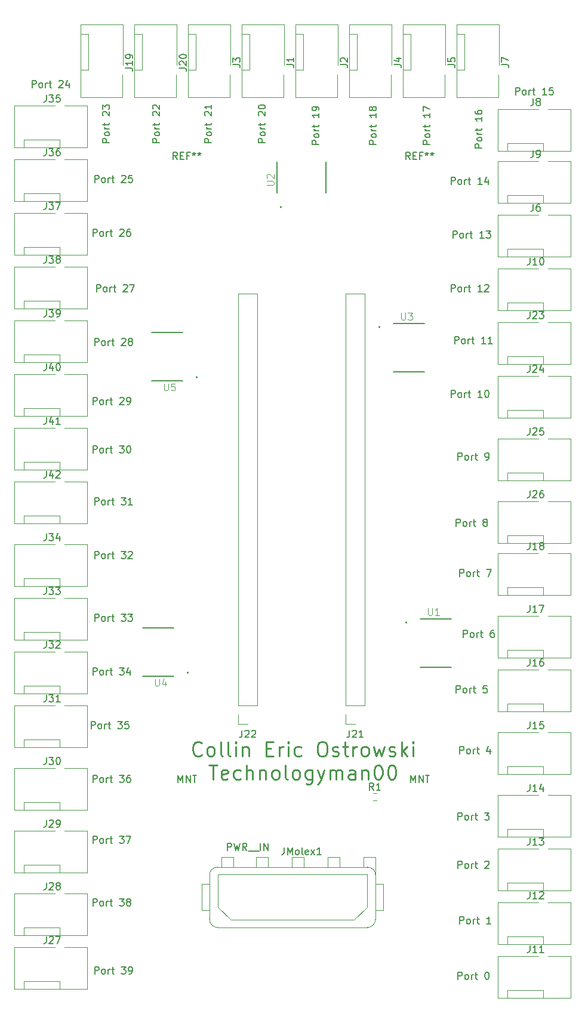
<source format=gbr>
%TF.GenerationSoftware,KiCad,Pcbnew,(5.1.8)-1*%
%TF.CreationDate,2021-03-01T08:31:10-06:00*%
%TF.ProjectId,CircuitBoard,43697263-7569-4744-926f-6172642e6b69,rev?*%
%TF.SameCoordinates,Original*%
%TF.FileFunction,Legend,Top*%
%TF.FilePolarity,Positive*%
%FSLAX46Y46*%
G04 Gerber Fmt 4.6, Leading zero omitted, Abs format (unit mm)*
G04 Created by KiCad (PCBNEW (5.1.8)-1) date 2021-03-01 08:31:10*
%MOMM*%
%LPD*%
G01*
G04 APERTURE LIST*
%ADD10C,0.254000*%
%ADD11C,0.150000*%
%ADD12C,0.200000*%
%ADD13C,0.127000*%
%ADD14C,0.120000*%
%ADD15C,0.015000*%
G04 APERTURE END LIST*
D10*
X112836476Y-149188714D02*
X112739714Y-149285476D01*
X112449428Y-149382238D01*
X112255904Y-149382238D01*
X111965619Y-149285476D01*
X111772095Y-149091952D01*
X111675333Y-148898428D01*
X111578571Y-148511380D01*
X111578571Y-148221095D01*
X111675333Y-147834047D01*
X111772095Y-147640523D01*
X111965619Y-147447000D01*
X112255904Y-147350238D01*
X112449428Y-147350238D01*
X112739714Y-147447000D01*
X112836476Y-147543761D01*
X113997619Y-149382238D02*
X113804095Y-149285476D01*
X113707333Y-149188714D01*
X113610571Y-148995190D01*
X113610571Y-148414619D01*
X113707333Y-148221095D01*
X113804095Y-148124333D01*
X113997619Y-148027571D01*
X114287904Y-148027571D01*
X114481428Y-148124333D01*
X114578190Y-148221095D01*
X114674952Y-148414619D01*
X114674952Y-148995190D01*
X114578190Y-149188714D01*
X114481428Y-149285476D01*
X114287904Y-149382238D01*
X113997619Y-149382238D01*
X115836095Y-149382238D02*
X115642571Y-149285476D01*
X115545809Y-149091952D01*
X115545809Y-147350238D01*
X116900476Y-149382238D02*
X116706952Y-149285476D01*
X116610190Y-149091952D01*
X116610190Y-147350238D01*
X117674571Y-149382238D02*
X117674571Y-148027571D01*
X117674571Y-147350238D02*
X117577809Y-147447000D01*
X117674571Y-147543761D01*
X117771333Y-147447000D01*
X117674571Y-147350238D01*
X117674571Y-147543761D01*
X118642190Y-148027571D02*
X118642190Y-149382238D01*
X118642190Y-148221095D02*
X118738952Y-148124333D01*
X118932476Y-148027571D01*
X119222761Y-148027571D01*
X119416285Y-148124333D01*
X119513047Y-148317857D01*
X119513047Y-149382238D01*
X122028857Y-148317857D02*
X122706190Y-148317857D01*
X122996476Y-149382238D02*
X122028857Y-149382238D01*
X122028857Y-147350238D01*
X122996476Y-147350238D01*
X123867333Y-149382238D02*
X123867333Y-148027571D01*
X123867333Y-148414619D02*
X123964095Y-148221095D01*
X124060857Y-148124333D01*
X124254380Y-148027571D01*
X124447904Y-148027571D01*
X125125238Y-149382238D02*
X125125238Y-148027571D01*
X125125238Y-147350238D02*
X125028476Y-147447000D01*
X125125238Y-147543761D01*
X125222000Y-147447000D01*
X125125238Y-147350238D01*
X125125238Y-147543761D01*
X126963714Y-149285476D02*
X126770190Y-149382238D01*
X126383142Y-149382238D01*
X126189619Y-149285476D01*
X126092857Y-149188714D01*
X125996095Y-148995190D01*
X125996095Y-148414619D01*
X126092857Y-148221095D01*
X126189619Y-148124333D01*
X126383142Y-148027571D01*
X126770190Y-148027571D01*
X126963714Y-148124333D01*
X129769809Y-147350238D02*
X130156857Y-147350238D01*
X130350380Y-147447000D01*
X130543904Y-147640523D01*
X130640666Y-148027571D01*
X130640666Y-148704904D01*
X130543904Y-149091952D01*
X130350380Y-149285476D01*
X130156857Y-149382238D01*
X129769809Y-149382238D01*
X129576285Y-149285476D01*
X129382761Y-149091952D01*
X129286000Y-148704904D01*
X129286000Y-148027571D01*
X129382761Y-147640523D01*
X129576285Y-147447000D01*
X129769809Y-147350238D01*
X131414761Y-149285476D02*
X131608285Y-149382238D01*
X131995333Y-149382238D01*
X132188857Y-149285476D01*
X132285619Y-149091952D01*
X132285619Y-148995190D01*
X132188857Y-148801666D01*
X131995333Y-148704904D01*
X131705047Y-148704904D01*
X131511523Y-148608142D01*
X131414761Y-148414619D01*
X131414761Y-148317857D01*
X131511523Y-148124333D01*
X131705047Y-148027571D01*
X131995333Y-148027571D01*
X132188857Y-148124333D01*
X132866190Y-148027571D02*
X133640285Y-148027571D01*
X133156476Y-147350238D02*
X133156476Y-149091952D01*
X133253238Y-149285476D01*
X133446761Y-149382238D01*
X133640285Y-149382238D01*
X134317619Y-149382238D02*
X134317619Y-148027571D01*
X134317619Y-148414619D02*
X134414380Y-148221095D01*
X134511142Y-148124333D01*
X134704666Y-148027571D01*
X134898190Y-148027571D01*
X135865809Y-149382238D02*
X135672285Y-149285476D01*
X135575523Y-149188714D01*
X135478761Y-148995190D01*
X135478761Y-148414619D01*
X135575523Y-148221095D01*
X135672285Y-148124333D01*
X135865809Y-148027571D01*
X136156095Y-148027571D01*
X136349619Y-148124333D01*
X136446380Y-148221095D01*
X136543142Y-148414619D01*
X136543142Y-148995190D01*
X136446380Y-149188714D01*
X136349619Y-149285476D01*
X136156095Y-149382238D01*
X135865809Y-149382238D01*
X137220476Y-148027571D02*
X137607523Y-149382238D01*
X137994571Y-148414619D01*
X138381619Y-149382238D01*
X138768666Y-148027571D01*
X139446000Y-149285476D02*
X139639523Y-149382238D01*
X140026571Y-149382238D01*
X140220095Y-149285476D01*
X140316857Y-149091952D01*
X140316857Y-148995190D01*
X140220095Y-148801666D01*
X140026571Y-148704904D01*
X139736285Y-148704904D01*
X139542761Y-148608142D01*
X139446000Y-148414619D01*
X139446000Y-148317857D01*
X139542761Y-148124333D01*
X139736285Y-148027571D01*
X140026571Y-148027571D01*
X140220095Y-148124333D01*
X141187714Y-149382238D02*
X141187714Y-147350238D01*
X141381238Y-148608142D02*
X141961809Y-149382238D01*
X141961809Y-148027571D02*
X141187714Y-148801666D01*
X142832666Y-149382238D02*
X142832666Y-148027571D01*
X142832666Y-147350238D02*
X142735904Y-147447000D01*
X142832666Y-147543761D01*
X142929428Y-147447000D01*
X142832666Y-147350238D01*
X142832666Y-147543761D01*
X113900857Y-150652238D02*
X115062000Y-150652238D01*
X114481428Y-152684238D02*
X114481428Y-150652238D01*
X116513428Y-152587476D02*
X116319904Y-152684238D01*
X115932857Y-152684238D01*
X115739333Y-152587476D01*
X115642571Y-152393952D01*
X115642571Y-151619857D01*
X115739333Y-151426333D01*
X115932857Y-151329571D01*
X116319904Y-151329571D01*
X116513428Y-151426333D01*
X116610190Y-151619857D01*
X116610190Y-151813380D01*
X115642571Y-152006904D01*
X118351904Y-152587476D02*
X118158380Y-152684238D01*
X117771333Y-152684238D01*
X117577809Y-152587476D01*
X117481047Y-152490714D01*
X117384285Y-152297190D01*
X117384285Y-151716619D01*
X117481047Y-151523095D01*
X117577809Y-151426333D01*
X117771333Y-151329571D01*
X118158380Y-151329571D01*
X118351904Y-151426333D01*
X119222761Y-152684238D02*
X119222761Y-150652238D01*
X120093619Y-152684238D02*
X120093619Y-151619857D01*
X119996857Y-151426333D01*
X119803333Y-151329571D01*
X119513047Y-151329571D01*
X119319523Y-151426333D01*
X119222761Y-151523095D01*
X121061238Y-151329571D02*
X121061238Y-152684238D01*
X121061238Y-151523095D02*
X121158000Y-151426333D01*
X121351523Y-151329571D01*
X121641809Y-151329571D01*
X121835333Y-151426333D01*
X121932095Y-151619857D01*
X121932095Y-152684238D01*
X123190000Y-152684238D02*
X122996476Y-152587476D01*
X122899714Y-152490714D01*
X122802952Y-152297190D01*
X122802952Y-151716619D01*
X122899714Y-151523095D01*
X122996476Y-151426333D01*
X123190000Y-151329571D01*
X123480285Y-151329571D01*
X123673809Y-151426333D01*
X123770571Y-151523095D01*
X123867333Y-151716619D01*
X123867333Y-152297190D01*
X123770571Y-152490714D01*
X123673809Y-152587476D01*
X123480285Y-152684238D01*
X123190000Y-152684238D01*
X125028476Y-152684238D02*
X124834952Y-152587476D01*
X124738190Y-152393952D01*
X124738190Y-150652238D01*
X126092857Y-152684238D02*
X125899333Y-152587476D01*
X125802571Y-152490714D01*
X125705809Y-152297190D01*
X125705809Y-151716619D01*
X125802571Y-151523095D01*
X125899333Y-151426333D01*
X126092857Y-151329571D01*
X126383142Y-151329571D01*
X126576666Y-151426333D01*
X126673428Y-151523095D01*
X126770190Y-151716619D01*
X126770190Y-152297190D01*
X126673428Y-152490714D01*
X126576666Y-152587476D01*
X126383142Y-152684238D01*
X126092857Y-152684238D01*
X128511904Y-151329571D02*
X128511904Y-152974523D01*
X128415142Y-153168047D01*
X128318380Y-153264809D01*
X128124857Y-153361571D01*
X127834571Y-153361571D01*
X127641047Y-153264809D01*
X128511904Y-152587476D02*
X128318380Y-152684238D01*
X127931333Y-152684238D01*
X127737809Y-152587476D01*
X127641047Y-152490714D01*
X127544285Y-152297190D01*
X127544285Y-151716619D01*
X127641047Y-151523095D01*
X127737809Y-151426333D01*
X127931333Y-151329571D01*
X128318380Y-151329571D01*
X128511904Y-151426333D01*
X129286000Y-151329571D02*
X129769809Y-152684238D01*
X130253619Y-151329571D02*
X129769809Y-152684238D01*
X129576285Y-153168047D01*
X129479523Y-153264809D01*
X129286000Y-153361571D01*
X131027714Y-152684238D02*
X131027714Y-151329571D01*
X131027714Y-151523095D02*
X131124476Y-151426333D01*
X131318000Y-151329571D01*
X131608285Y-151329571D01*
X131801809Y-151426333D01*
X131898571Y-151619857D01*
X131898571Y-152684238D01*
X131898571Y-151619857D02*
X131995333Y-151426333D01*
X132188857Y-151329571D01*
X132479142Y-151329571D01*
X132672666Y-151426333D01*
X132769428Y-151619857D01*
X132769428Y-152684238D01*
X134607904Y-152684238D02*
X134607904Y-151619857D01*
X134511142Y-151426333D01*
X134317619Y-151329571D01*
X133930571Y-151329571D01*
X133737047Y-151426333D01*
X134607904Y-152587476D02*
X134414380Y-152684238D01*
X133930571Y-152684238D01*
X133737047Y-152587476D01*
X133640285Y-152393952D01*
X133640285Y-152200428D01*
X133737047Y-152006904D01*
X133930571Y-151910142D01*
X134414380Y-151910142D01*
X134607904Y-151813380D01*
X135575523Y-151329571D02*
X135575523Y-152684238D01*
X135575523Y-151523095D02*
X135672285Y-151426333D01*
X135865809Y-151329571D01*
X136156095Y-151329571D01*
X136349619Y-151426333D01*
X136446380Y-151619857D01*
X136446380Y-152684238D01*
X137801047Y-150652238D02*
X137994571Y-150652238D01*
X138188095Y-150749000D01*
X138284857Y-150845761D01*
X138381619Y-151039285D01*
X138478380Y-151426333D01*
X138478380Y-151910142D01*
X138381619Y-152297190D01*
X138284857Y-152490714D01*
X138188095Y-152587476D01*
X137994571Y-152684238D01*
X137801047Y-152684238D01*
X137607523Y-152587476D01*
X137510761Y-152490714D01*
X137414000Y-152297190D01*
X137317238Y-151910142D01*
X137317238Y-151426333D01*
X137414000Y-151039285D01*
X137510761Y-150845761D01*
X137607523Y-150749000D01*
X137801047Y-150652238D01*
X139736285Y-150652238D02*
X139929809Y-150652238D01*
X140123333Y-150749000D01*
X140220095Y-150845761D01*
X140316857Y-151039285D01*
X140413619Y-151426333D01*
X140413619Y-151910142D01*
X140316857Y-152297190D01*
X140220095Y-152490714D01*
X140123333Y-152587476D01*
X139929809Y-152684238D01*
X139736285Y-152684238D01*
X139542761Y-152587476D01*
X139446000Y-152490714D01*
X139349238Y-152297190D01*
X139252476Y-151910142D01*
X139252476Y-151426333D01*
X139349238Y-151039285D01*
X139446000Y-150845761D01*
X139542761Y-150749000D01*
X139736285Y-150652238D01*
D11*
X129484380Y-62586857D02*
X128484380Y-62586857D01*
X128484380Y-62205904D01*
X128532000Y-62110666D01*
X128579619Y-62063047D01*
X128674857Y-62015428D01*
X128817714Y-62015428D01*
X128912952Y-62063047D01*
X128960571Y-62110666D01*
X129008190Y-62205904D01*
X129008190Y-62586857D01*
X129484380Y-61444000D02*
X129436761Y-61539238D01*
X129389142Y-61586857D01*
X129293904Y-61634476D01*
X129008190Y-61634476D01*
X128912952Y-61586857D01*
X128865333Y-61539238D01*
X128817714Y-61444000D01*
X128817714Y-61301142D01*
X128865333Y-61205904D01*
X128912952Y-61158285D01*
X129008190Y-61110666D01*
X129293904Y-61110666D01*
X129389142Y-61158285D01*
X129436761Y-61205904D01*
X129484380Y-61301142D01*
X129484380Y-61444000D01*
X129484380Y-60682095D02*
X128817714Y-60682095D01*
X129008190Y-60682095D02*
X128912952Y-60634476D01*
X128865333Y-60586857D01*
X128817714Y-60491619D01*
X128817714Y-60396380D01*
X128817714Y-60205904D02*
X128817714Y-59824952D01*
X128484380Y-60063047D02*
X129341523Y-60063047D01*
X129436761Y-60015428D01*
X129484380Y-59920190D01*
X129484380Y-59824952D01*
X129484380Y-58205904D02*
X129484380Y-58777333D01*
X129484380Y-58491619D02*
X128484380Y-58491619D01*
X128627238Y-58586857D01*
X128722476Y-58682095D01*
X128770095Y-58777333D01*
X129484380Y-57729714D02*
X129484380Y-57539238D01*
X129436761Y-57444000D01*
X129389142Y-57396380D01*
X129246285Y-57301142D01*
X129055809Y-57253523D01*
X128674857Y-57253523D01*
X128579619Y-57301142D01*
X128532000Y-57348761D01*
X128484380Y-57444000D01*
X128484380Y-57634476D01*
X128532000Y-57729714D01*
X128579619Y-57777333D01*
X128674857Y-57824952D01*
X128912952Y-57824952D01*
X129008190Y-57777333D01*
X129055809Y-57729714D01*
X129103428Y-57634476D01*
X129103428Y-57444000D01*
X129055809Y-57348761D01*
X129008190Y-57301142D01*
X128912952Y-57253523D01*
X97687142Y-180284380D02*
X97687142Y-179284380D01*
X98068095Y-179284380D01*
X98163333Y-179332000D01*
X98210952Y-179379619D01*
X98258571Y-179474857D01*
X98258571Y-179617714D01*
X98210952Y-179712952D01*
X98163333Y-179760571D01*
X98068095Y-179808190D01*
X97687142Y-179808190D01*
X98830000Y-180284380D02*
X98734761Y-180236761D01*
X98687142Y-180189142D01*
X98639523Y-180093904D01*
X98639523Y-179808190D01*
X98687142Y-179712952D01*
X98734761Y-179665333D01*
X98830000Y-179617714D01*
X98972857Y-179617714D01*
X99068095Y-179665333D01*
X99115714Y-179712952D01*
X99163333Y-179808190D01*
X99163333Y-180093904D01*
X99115714Y-180189142D01*
X99068095Y-180236761D01*
X98972857Y-180284380D01*
X98830000Y-180284380D01*
X99591904Y-180284380D02*
X99591904Y-179617714D01*
X99591904Y-179808190D02*
X99639523Y-179712952D01*
X99687142Y-179665333D01*
X99782380Y-179617714D01*
X99877619Y-179617714D01*
X100068095Y-179617714D02*
X100449047Y-179617714D01*
X100210952Y-179284380D02*
X100210952Y-180141523D01*
X100258571Y-180236761D01*
X100353809Y-180284380D01*
X100449047Y-180284380D01*
X101449047Y-179284380D02*
X102068095Y-179284380D01*
X101734761Y-179665333D01*
X101877619Y-179665333D01*
X101972857Y-179712952D01*
X102020476Y-179760571D01*
X102068095Y-179855809D01*
X102068095Y-180093904D01*
X102020476Y-180189142D01*
X101972857Y-180236761D01*
X101877619Y-180284380D01*
X101591904Y-180284380D01*
X101496666Y-180236761D01*
X101449047Y-180189142D01*
X102544285Y-180284380D02*
X102734761Y-180284380D01*
X102830000Y-180236761D01*
X102877619Y-180189142D01*
X102972857Y-180046285D01*
X103020476Y-179855809D01*
X103020476Y-179474857D01*
X102972857Y-179379619D01*
X102925238Y-179332000D01*
X102830000Y-179284380D01*
X102639523Y-179284380D01*
X102544285Y-179332000D01*
X102496666Y-179379619D01*
X102449047Y-179474857D01*
X102449047Y-179712952D01*
X102496666Y-179808190D01*
X102544285Y-179855809D01*
X102639523Y-179903428D01*
X102830000Y-179903428D01*
X102925238Y-179855809D01*
X102972857Y-179808190D01*
X103020476Y-179712952D01*
X97433142Y-170632380D02*
X97433142Y-169632380D01*
X97814095Y-169632380D01*
X97909333Y-169680000D01*
X97956952Y-169727619D01*
X98004571Y-169822857D01*
X98004571Y-169965714D01*
X97956952Y-170060952D01*
X97909333Y-170108571D01*
X97814095Y-170156190D01*
X97433142Y-170156190D01*
X98576000Y-170632380D02*
X98480761Y-170584761D01*
X98433142Y-170537142D01*
X98385523Y-170441904D01*
X98385523Y-170156190D01*
X98433142Y-170060952D01*
X98480761Y-170013333D01*
X98576000Y-169965714D01*
X98718857Y-169965714D01*
X98814095Y-170013333D01*
X98861714Y-170060952D01*
X98909333Y-170156190D01*
X98909333Y-170441904D01*
X98861714Y-170537142D01*
X98814095Y-170584761D01*
X98718857Y-170632380D01*
X98576000Y-170632380D01*
X99337904Y-170632380D02*
X99337904Y-169965714D01*
X99337904Y-170156190D02*
X99385523Y-170060952D01*
X99433142Y-170013333D01*
X99528380Y-169965714D01*
X99623619Y-169965714D01*
X99814095Y-169965714D02*
X100195047Y-169965714D01*
X99956952Y-169632380D02*
X99956952Y-170489523D01*
X100004571Y-170584761D01*
X100099809Y-170632380D01*
X100195047Y-170632380D01*
X101195047Y-169632380D02*
X101814095Y-169632380D01*
X101480761Y-170013333D01*
X101623619Y-170013333D01*
X101718857Y-170060952D01*
X101766476Y-170108571D01*
X101814095Y-170203809D01*
X101814095Y-170441904D01*
X101766476Y-170537142D01*
X101718857Y-170584761D01*
X101623619Y-170632380D01*
X101337904Y-170632380D01*
X101242666Y-170584761D01*
X101195047Y-170537142D01*
X102385523Y-170060952D02*
X102290285Y-170013333D01*
X102242666Y-169965714D01*
X102195047Y-169870476D01*
X102195047Y-169822857D01*
X102242666Y-169727619D01*
X102290285Y-169680000D01*
X102385523Y-169632380D01*
X102576000Y-169632380D01*
X102671238Y-169680000D01*
X102718857Y-169727619D01*
X102766476Y-169822857D01*
X102766476Y-169870476D01*
X102718857Y-169965714D01*
X102671238Y-170013333D01*
X102576000Y-170060952D01*
X102385523Y-170060952D01*
X102290285Y-170108571D01*
X102242666Y-170156190D01*
X102195047Y-170251428D01*
X102195047Y-170441904D01*
X102242666Y-170537142D01*
X102290285Y-170584761D01*
X102385523Y-170632380D01*
X102576000Y-170632380D01*
X102671238Y-170584761D01*
X102718857Y-170537142D01*
X102766476Y-170441904D01*
X102766476Y-170251428D01*
X102718857Y-170156190D01*
X102671238Y-170108571D01*
X102576000Y-170060952D01*
X97433142Y-161742380D02*
X97433142Y-160742380D01*
X97814095Y-160742380D01*
X97909333Y-160790000D01*
X97956952Y-160837619D01*
X98004571Y-160932857D01*
X98004571Y-161075714D01*
X97956952Y-161170952D01*
X97909333Y-161218571D01*
X97814095Y-161266190D01*
X97433142Y-161266190D01*
X98576000Y-161742380D02*
X98480761Y-161694761D01*
X98433142Y-161647142D01*
X98385523Y-161551904D01*
X98385523Y-161266190D01*
X98433142Y-161170952D01*
X98480761Y-161123333D01*
X98576000Y-161075714D01*
X98718857Y-161075714D01*
X98814095Y-161123333D01*
X98861714Y-161170952D01*
X98909333Y-161266190D01*
X98909333Y-161551904D01*
X98861714Y-161647142D01*
X98814095Y-161694761D01*
X98718857Y-161742380D01*
X98576000Y-161742380D01*
X99337904Y-161742380D02*
X99337904Y-161075714D01*
X99337904Y-161266190D02*
X99385523Y-161170952D01*
X99433142Y-161123333D01*
X99528380Y-161075714D01*
X99623619Y-161075714D01*
X99814095Y-161075714D02*
X100195047Y-161075714D01*
X99956952Y-160742380D02*
X99956952Y-161599523D01*
X100004571Y-161694761D01*
X100099809Y-161742380D01*
X100195047Y-161742380D01*
X101195047Y-160742380D02*
X101814095Y-160742380D01*
X101480761Y-161123333D01*
X101623619Y-161123333D01*
X101718857Y-161170952D01*
X101766476Y-161218571D01*
X101814095Y-161313809D01*
X101814095Y-161551904D01*
X101766476Y-161647142D01*
X101718857Y-161694761D01*
X101623619Y-161742380D01*
X101337904Y-161742380D01*
X101242666Y-161694761D01*
X101195047Y-161647142D01*
X102147428Y-160742380D02*
X102814095Y-160742380D01*
X102385523Y-161742380D01*
X97433142Y-153106380D02*
X97433142Y-152106380D01*
X97814095Y-152106380D01*
X97909333Y-152154000D01*
X97956952Y-152201619D01*
X98004571Y-152296857D01*
X98004571Y-152439714D01*
X97956952Y-152534952D01*
X97909333Y-152582571D01*
X97814095Y-152630190D01*
X97433142Y-152630190D01*
X98576000Y-153106380D02*
X98480761Y-153058761D01*
X98433142Y-153011142D01*
X98385523Y-152915904D01*
X98385523Y-152630190D01*
X98433142Y-152534952D01*
X98480761Y-152487333D01*
X98576000Y-152439714D01*
X98718857Y-152439714D01*
X98814095Y-152487333D01*
X98861714Y-152534952D01*
X98909333Y-152630190D01*
X98909333Y-152915904D01*
X98861714Y-153011142D01*
X98814095Y-153058761D01*
X98718857Y-153106380D01*
X98576000Y-153106380D01*
X99337904Y-153106380D02*
X99337904Y-152439714D01*
X99337904Y-152630190D02*
X99385523Y-152534952D01*
X99433142Y-152487333D01*
X99528380Y-152439714D01*
X99623619Y-152439714D01*
X99814095Y-152439714D02*
X100195047Y-152439714D01*
X99956952Y-152106380D02*
X99956952Y-152963523D01*
X100004571Y-153058761D01*
X100099809Y-153106380D01*
X100195047Y-153106380D01*
X101195047Y-152106380D02*
X101814095Y-152106380D01*
X101480761Y-152487333D01*
X101623619Y-152487333D01*
X101718857Y-152534952D01*
X101766476Y-152582571D01*
X101814095Y-152677809D01*
X101814095Y-152915904D01*
X101766476Y-153011142D01*
X101718857Y-153058761D01*
X101623619Y-153106380D01*
X101337904Y-153106380D01*
X101242666Y-153058761D01*
X101195047Y-153011142D01*
X102671238Y-152106380D02*
X102480761Y-152106380D01*
X102385523Y-152154000D01*
X102337904Y-152201619D01*
X102242666Y-152344476D01*
X102195047Y-152534952D01*
X102195047Y-152915904D01*
X102242666Y-153011142D01*
X102290285Y-153058761D01*
X102385523Y-153106380D01*
X102576000Y-153106380D01*
X102671238Y-153058761D01*
X102718857Y-153011142D01*
X102766476Y-152915904D01*
X102766476Y-152677809D01*
X102718857Y-152582571D01*
X102671238Y-152534952D01*
X102576000Y-152487333D01*
X102385523Y-152487333D01*
X102290285Y-152534952D01*
X102242666Y-152582571D01*
X102195047Y-152677809D01*
X97179142Y-145486380D02*
X97179142Y-144486380D01*
X97560095Y-144486380D01*
X97655333Y-144534000D01*
X97702952Y-144581619D01*
X97750571Y-144676857D01*
X97750571Y-144819714D01*
X97702952Y-144914952D01*
X97655333Y-144962571D01*
X97560095Y-145010190D01*
X97179142Y-145010190D01*
X98322000Y-145486380D02*
X98226761Y-145438761D01*
X98179142Y-145391142D01*
X98131523Y-145295904D01*
X98131523Y-145010190D01*
X98179142Y-144914952D01*
X98226761Y-144867333D01*
X98322000Y-144819714D01*
X98464857Y-144819714D01*
X98560095Y-144867333D01*
X98607714Y-144914952D01*
X98655333Y-145010190D01*
X98655333Y-145295904D01*
X98607714Y-145391142D01*
X98560095Y-145438761D01*
X98464857Y-145486380D01*
X98322000Y-145486380D01*
X99083904Y-145486380D02*
X99083904Y-144819714D01*
X99083904Y-145010190D02*
X99131523Y-144914952D01*
X99179142Y-144867333D01*
X99274380Y-144819714D01*
X99369619Y-144819714D01*
X99560095Y-144819714D02*
X99941047Y-144819714D01*
X99702952Y-144486380D02*
X99702952Y-145343523D01*
X99750571Y-145438761D01*
X99845809Y-145486380D01*
X99941047Y-145486380D01*
X100941047Y-144486380D02*
X101560095Y-144486380D01*
X101226761Y-144867333D01*
X101369619Y-144867333D01*
X101464857Y-144914952D01*
X101512476Y-144962571D01*
X101560095Y-145057809D01*
X101560095Y-145295904D01*
X101512476Y-145391142D01*
X101464857Y-145438761D01*
X101369619Y-145486380D01*
X101083904Y-145486380D01*
X100988666Y-145438761D01*
X100941047Y-145391142D01*
X102464857Y-144486380D02*
X101988666Y-144486380D01*
X101941047Y-144962571D01*
X101988666Y-144914952D01*
X102083904Y-144867333D01*
X102322000Y-144867333D01*
X102417238Y-144914952D01*
X102464857Y-144962571D01*
X102512476Y-145057809D01*
X102512476Y-145295904D01*
X102464857Y-145391142D01*
X102417238Y-145438761D01*
X102322000Y-145486380D01*
X102083904Y-145486380D01*
X101988666Y-145438761D01*
X101941047Y-145391142D01*
X97433142Y-137866380D02*
X97433142Y-136866380D01*
X97814095Y-136866380D01*
X97909333Y-136914000D01*
X97956952Y-136961619D01*
X98004571Y-137056857D01*
X98004571Y-137199714D01*
X97956952Y-137294952D01*
X97909333Y-137342571D01*
X97814095Y-137390190D01*
X97433142Y-137390190D01*
X98576000Y-137866380D02*
X98480761Y-137818761D01*
X98433142Y-137771142D01*
X98385523Y-137675904D01*
X98385523Y-137390190D01*
X98433142Y-137294952D01*
X98480761Y-137247333D01*
X98576000Y-137199714D01*
X98718857Y-137199714D01*
X98814095Y-137247333D01*
X98861714Y-137294952D01*
X98909333Y-137390190D01*
X98909333Y-137675904D01*
X98861714Y-137771142D01*
X98814095Y-137818761D01*
X98718857Y-137866380D01*
X98576000Y-137866380D01*
X99337904Y-137866380D02*
X99337904Y-137199714D01*
X99337904Y-137390190D02*
X99385523Y-137294952D01*
X99433142Y-137247333D01*
X99528380Y-137199714D01*
X99623619Y-137199714D01*
X99814095Y-137199714D02*
X100195047Y-137199714D01*
X99956952Y-136866380D02*
X99956952Y-137723523D01*
X100004571Y-137818761D01*
X100099809Y-137866380D01*
X100195047Y-137866380D01*
X101195047Y-136866380D02*
X101814095Y-136866380D01*
X101480761Y-137247333D01*
X101623619Y-137247333D01*
X101718857Y-137294952D01*
X101766476Y-137342571D01*
X101814095Y-137437809D01*
X101814095Y-137675904D01*
X101766476Y-137771142D01*
X101718857Y-137818761D01*
X101623619Y-137866380D01*
X101337904Y-137866380D01*
X101242666Y-137818761D01*
X101195047Y-137771142D01*
X102671238Y-137199714D02*
X102671238Y-137866380D01*
X102433142Y-136818761D02*
X102195047Y-137533047D01*
X102814095Y-137533047D01*
X97687142Y-130246380D02*
X97687142Y-129246380D01*
X98068095Y-129246380D01*
X98163333Y-129294000D01*
X98210952Y-129341619D01*
X98258571Y-129436857D01*
X98258571Y-129579714D01*
X98210952Y-129674952D01*
X98163333Y-129722571D01*
X98068095Y-129770190D01*
X97687142Y-129770190D01*
X98830000Y-130246380D02*
X98734761Y-130198761D01*
X98687142Y-130151142D01*
X98639523Y-130055904D01*
X98639523Y-129770190D01*
X98687142Y-129674952D01*
X98734761Y-129627333D01*
X98830000Y-129579714D01*
X98972857Y-129579714D01*
X99068095Y-129627333D01*
X99115714Y-129674952D01*
X99163333Y-129770190D01*
X99163333Y-130055904D01*
X99115714Y-130151142D01*
X99068095Y-130198761D01*
X98972857Y-130246380D01*
X98830000Y-130246380D01*
X99591904Y-130246380D02*
X99591904Y-129579714D01*
X99591904Y-129770190D02*
X99639523Y-129674952D01*
X99687142Y-129627333D01*
X99782380Y-129579714D01*
X99877619Y-129579714D01*
X100068095Y-129579714D02*
X100449047Y-129579714D01*
X100210952Y-129246380D02*
X100210952Y-130103523D01*
X100258571Y-130198761D01*
X100353809Y-130246380D01*
X100449047Y-130246380D01*
X101449047Y-129246380D02*
X102068095Y-129246380D01*
X101734761Y-129627333D01*
X101877619Y-129627333D01*
X101972857Y-129674952D01*
X102020476Y-129722571D01*
X102068095Y-129817809D01*
X102068095Y-130055904D01*
X102020476Y-130151142D01*
X101972857Y-130198761D01*
X101877619Y-130246380D01*
X101591904Y-130246380D01*
X101496666Y-130198761D01*
X101449047Y-130151142D01*
X102401428Y-129246380D02*
X103020476Y-129246380D01*
X102687142Y-129627333D01*
X102830000Y-129627333D01*
X102925238Y-129674952D01*
X102972857Y-129722571D01*
X103020476Y-129817809D01*
X103020476Y-130055904D01*
X102972857Y-130151142D01*
X102925238Y-130198761D01*
X102830000Y-130246380D01*
X102544285Y-130246380D01*
X102449047Y-130198761D01*
X102401428Y-130151142D01*
X97687142Y-121356380D02*
X97687142Y-120356380D01*
X98068095Y-120356380D01*
X98163333Y-120404000D01*
X98210952Y-120451619D01*
X98258571Y-120546857D01*
X98258571Y-120689714D01*
X98210952Y-120784952D01*
X98163333Y-120832571D01*
X98068095Y-120880190D01*
X97687142Y-120880190D01*
X98830000Y-121356380D02*
X98734761Y-121308761D01*
X98687142Y-121261142D01*
X98639523Y-121165904D01*
X98639523Y-120880190D01*
X98687142Y-120784952D01*
X98734761Y-120737333D01*
X98830000Y-120689714D01*
X98972857Y-120689714D01*
X99068095Y-120737333D01*
X99115714Y-120784952D01*
X99163333Y-120880190D01*
X99163333Y-121165904D01*
X99115714Y-121261142D01*
X99068095Y-121308761D01*
X98972857Y-121356380D01*
X98830000Y-121356380D01*
X99591904Y-121356380D02*
X99591904Y-120689714D01*
X99591904Y-120880190D02*
X99639523Y-120784952D01*
X99687142Y-120737333D01*
X99782380Y-120689714D01*
X99877619Y-120689714D01*
X100068095Y-120689714D02*
X100449047Y-120689714D01*
X100210952Y-120356380D02*
X100210952Y-121213523D01*
X100258571Y-121308761D01*
X100353809Y-121356380D01*
X100449047Y-121356380D01*
X101449047Y-120356380D02*
X102068095Y-120356380D01*
X101734761Y-120737333D01*
X101877619Y-120737333D01*
X101972857Y-120784952D01*
X102020476Y-120832571D01*
X102068095Y-120927809D01*
X102068095Y-121165904D01*
X102020476Y-121261142D01*
X101972857Y-121308761D01*
X101877619Y-121356380D01*
X101591904Y-121356380D01*
X101496666Y-121308761D01*
X101449047Y-121261142D01*
X102449047Y-120451619D02*
X102496666Y-120404000D01*
X102591904Y-120356380D01*
X102830000Y-120356380D01*
X102925238Y-120404000D01*
X102972857Y-120451619D01*
X103020476Y-120546857D01*
X103020476Y-120642095D01*
X102972857Y-120784952D01*
X102401428Y-121356380D01*
X103020476Y-121356380D01*
X97687142Y-113736380D02*
X97687142Y-112736380D01*
X98068095Y-112736380D01*
X98163333Y-112784000D01*
X98210952Y-112831619D01*
X98258571Y-112926857D01*
X98258571Y-113069714D01*
X98210952Y-113164952D01*
X98163333Y-113212571D01*
X98068095Y-113260190D01*
X97687142Y-113260190D01*
X98830000Y-113736380D02*
X98734761Y-113688761D01*
X98687142Y-113641142D01*
X98639523Y-113545904D01*
X98639523Y-113260190D01*
X98687142Y-113164952D01*
X98734761Y-113117333D01*
X98830000Y-113069714D01*
X98972857Y-113069714D01*
X99068095Y-113117333D01*
X99115714Y-113164952D01*
X99163333Y-113260190D01*
X99163333Y-113545904D01*
X99115714Y-113641142D01*
X99068095Y-113688761D01*
X98972857Y-113736380D01*
X98830000Y-113736380D01*
X99591904Y-113736380D02*
X99591904Y-113069714D01*
X99591904Y-113260190D02*
X99639523Y-113164952D01*
X99687142Y-113117333D01*
X99782380Y-113069714D01*
X99877619Y-113069714D01*
X100068095Y-113069714D02*
X100449047Y-113069714D01*
X100210952Y-112736380D02*
X100210952Y-113593523D01*
X100258571Y-113688761D01*
X100353809Y-113736380D01*
X100449047Y-113736380D01*
X101449047Y-112736380D02*
X102068095Y-112736380D01*
X101734761Y-113117333D01*
X101877619Y-113117333D01*
X101972857Y-113164952D01*
X102020476Y-113212571D01*
X102068095Y-113307809D01*
X102068095Y-113545904D01*
X102020476Y-113641142D01*
X101972857Y-113688761D01*
X101877619Y-113736380D01*
X101591904Y-113736380D01*
X101496666Y-113688761D01*
X101449047Y-113641142D01*
X103020476Y-113736380D02*
X102449047Y-113736380D01*
X102734761Y-113736380D02*
X102734761Y-112736380D01*
X102639523Y-112879238D01*
X102544285Y-112974476D01*
X102449047Y-113022095D01*
X97433142Y-106370380D02*
X97433142Y-105370380D01*
X97814095Y-105370380D01*
X97909333Y-105418000D01*
X97956952Y-105465619D01*
X98004571Y-105560857D01*
X98004571Y-105703714D01*
X97956952Y-105798952D01*
X97909333Y-105846571D01*
X97814095Y-105894190D01*
X97433142Y-105894190D01*
X98576000Y-106370380D02*
X98480761Y-106322761D01*
X98433142Y-106275142D01*
X98385523Y-106179904D01*
X98385523Y-105894190D01*
X98433142Y-105798952D01*
X98480761Y-105751333D01*
X98576000Y-105703714D01*
X98718857Y-105703714D01*
X98814095Y-105751333D01*
X98861714Y-105798952D01*
X98909333Y-105894190D01*
X98909333Y-106179904D01*
X98861714Y-106275142D01*
X98814095Y-106322761D01*
X98718857Y-106370380D01*
X98576000Y-106370380D01*
X99337904Y-106370380D02*
X99337904Y-105703714D01*
X99337904Y-105894190D02*
X99385523Y-105798952D01*
X99433142Y-105751333D01*
X99528380Y-105703714D01*
X99623619Y-105703714D01*
X99814095Y-105703714D02*
X100195047Y-105703714D01*
X99956952Y-105370380D02*
X99956952Y-106227523D01*
X100004571Y-106322761D01*
X100099809Y-106370380D01*
X100195047Y-106370380D01*
X101195047Y-105370380D02*
X101814095Y-105370380D01*
X101480761Y-105751333D01*
X101623619Y-105751333D01*
X101718857Y-105798952D01*
X101766476Y-105846571D01*
X101814095Y-105941809D01*
X101814095Y-106179904D01*
X101766476Y-106275142D01*
X101718857Y-106322761D01*
X101623619Y-106370380D01*
X101337904Y-106370380D01*
X101242666Y-106322761D01*
X101195047Y-106275142D01*
X102433142Y-105370380D02*
X102528380Y-105370380D01*
X102623619Y-105418000D01*
X102671238Y-105465619D01*
X102718857Y-105560857D01*
X102766476Y-105751333D01*
X102766476Y-105989428D01*
X102718857Y-106179904D01*
X102671238Y-106275142D01*
X102623619Y-106322761D01*
X102528380Y-106370380D01*
X102433142Y-106370380D01*
X102337904Y-106322761D01*
X102290285Y-106275142D01*
X102242666Y-106179904D01*
X102195047Y-105989428D01*
X102195047Y-105751333D01*
X102242666Y-105560857D01*
X102290285Y-105465619D01*
X102337904Y-105418000D01*
X102433142Y-105370380D01*
X97433142Y-99512380D02*
X97433142Y-98512380D01*
X97814095Y-98512380D01*
X97909333Y-98560000D01*
X97956952Y-98607619D01*
X98004571Y-98702857D01*
X98004571Y-98845714D01*
X97956952Y-98940952D01*
X97909333Y-98988571D01*
X97814095Y-99036190D01*
X97433142Y-99036190D01*
X98576000Y-99512380D02*
X98480761Y-99464761D01*
X98433142Y-99417142D01*
X98385523Y-99321904D01*
X98385523Y-99036190D01*
X98433142Y-98940952D01*
X98480761Y-98893333D01*
X98576000Y-98845714D01*
X98718857Y-98845714D01*
X98814095Y-98893333D01*
X98861714Y-98940952D01*
X98909333Y-99036190D01*
X98909333Y-99321904D01*
X98861714Y-99417142D01*
X98814095Y-99464761D01*
X98718857Y-99512380D01*
X98576000Y-99512380D01*
X99337904Y-99512380D02*
X99337904Y-98845714D01*
X99337904Y-99036190D02*
X99385523Y-98940952D01*
X99433142Y-98893333D01*
X99528380Y-98845714D01*
X99623619Y-98845714D01*
X99814095Y-98845714D02*
X100195047Y-98845714D01*
X99956952Y-98512380D02*
X99956952Y-99369523D01*
X100004571Y-99464761D01*
X100099809Y-99512380D01*
X100195047Y-99512380D01*
X101242666Y-98607619D02*
X101290285Y-98560000D01*
X101385523Y-98512380D01*
X101623619Y-98512380D01*
X101718857Y-98560000D01*
X101766476Y-98607619D01*
X101814095Y-98702857D01*
X101814095Y-98798095D01*
X101766476Y-98940952D01*
X101195047Y-99512380D01*
X101814095Y-99512380D01*
X102290285Y-99512380D02*
X102480761Y-99512380D01*
X102576000Y-99464761D01*
X102623619Y-99417142D01*
X102718857Y-99274285D01*
X102766476Y-99083809D01*
X102766476Y-98702857D01*
X102718857Y-98607619D01*
X102671238Y-98560000D01*
X102576000Y-98512380D01*
X102385523Y-98512380D01*
X102290285Y-98560000D01*
X102242666Y-98607619D01*
X102195047Y-98702857D01*
X102195047Y-98940952D01*
X102242666Y-99036190D01*
X102290285Y-99083809D01*
X102385523Y-99131428D01*
X102576000Y-99131428D01*
X102671238Y-99083809D01*
X102718857Y-99036190D01*
X102766476Y-98940952D01*
X97687142Y-91130380D02*
X97687142Y-90130380D01*
X98068095Y-90130380D01*
X98163333Y-90178000D01*
X98210952Y-90225619D01*
X98258571Y-90320857D01*
X98258571Y-90463714D01*
X98210952Y-90558952D01*
X98163333Y-90606571D01*
X98068095Y-90654190D01*
X97687142Y-90654190D01*
X98830000Y-91130380D02*
X98734761Y-91082761D01*
X98687142Y-91035142D01*
X98639523Y-90939904D01*
X98639523Y-90654190D01*
X98687142Y-90558952D01*
X98734761Y-90511333D01*
X98830000Y-90463714D01*
X98972857Y-90463714D01*
X99068095Y-90511333D01*
X99115714Y-90558952D01*
X99163333Y-90654190D01*
X99163333Y-90939904D01*
X99115714Y-91035142D01*
X99068095Y-91082761D01*
X98972857Y-91130380D01*
X98830000Y-91130380D01*
X99591904Y-91130380D02*
X99591904Y-90463714D01*
X99591904Y-90654190D02*
X99639523Y-90558952D01*
X99687142Y-90511333D01*
X99782380Y-90463714D01*
X99877619Y-90463714D01*
X100068095Y-90463714D02*
X100449047Y-90463714D01*
X100210952Y-90130380D02*
X100210952Y-90987523D01*
X100258571Y-91082761D01*
X100353809Y-91130380D01*
X100449047Y-91130380D01*
X101496666Y-90225619D02*
X101544285Y-90178000D01*
X101639523Y-90130380D01*
X101877619Y-90130380D01*
X101972857Y-90178000D01*
X102020476Y-90225619D01*
X102068095Y-90320857D01*
X102068095Y-90416095D01*
X102020476Y-90558952D01*
X101449047Y-91130380D01*
X102068095Y-91130380D01*
X102639523Y-90558952D02*
X102544285Y-90511333D01*
X102496666Y-90463714D01*
X102449047Y-90368476D01*
X102449047Y-90320857D01*
X102496666Y-90225619D01*
X102544285Y-90178000D01*
X102639523Y-90130380D01*
X102830000Y-90130380D01*
X102925238Y-90178000D01*
X102972857Y-90225619D01*
X103020476Y-90320857D01*
X103020476Y-90368476D01*
X102972857Y-90463714D01*
X102925238Y-90511333D01*
X102830000Y-90558952D01*
X102639523Y-90558952D01*
X102544285Y-90606571D01*
X102496666Y-90654190D01*
X102449047Y-90749428D01*
X102449047Y-90939904D01*
X102496666Y-91035142D01*
X102544285Y-91082761D01*
X102639523Y-91130380D01*
X102830000Y-91130380D01*
X102925238Y-91082761D01*
X102972857Y-91035142D01*
X103020476Y-90939904D01*
X103020476Y-90749428D01*
X102972857Y-90654190D01*
X102925238Y-90606571D01*
X102830000Y-90558952D01*
X97941142Y-83510380D02*
X97941142Y-82510380D01*
X98322095Y-82510380D01*
X98417333Y-82558000D01*
X98464952Y-82605619D01*
X98512571Y-82700857D01*
X98512571Y-82843714D01*
X98464952Y-82938952D01*
X98417333Y-82986571D01*
X98322095Y-83034190D01*
X97941142Y-83034190D01*
X99084000Y-83510380D02*
X98988761Y-83462761D01*
X98941142Y-83415142D01*
X98893523Y-83319904D01*
X98893523Y-83034190D01*
X98941142Y-82938952D01*
X98988761Y-82891333D01*
X99084000Y-82843714D01*
X99226857Y-82843714D01*
X99322095Y-82891333D01*
X99369714Y-82938952D01*
X99417333Y-83034190D01*
X99417333Y-83319904D01*
X99369714Y-83415142D01*
X99322095Y-83462761D01*
X99226857Y-83510380D01*
X99084000Y-83510380D01*
X99845904Y-83510380D02*
X99845904Y-82843714D01*
X99845904Y-83034190D02*
X99893523Y-82938952D01*
X99941142Y-82891333D01*
X100036380Y-82843714D01*
X100131619Y-82843714D01*
X100322095Y-82843714D02*
X100703047Y-82843714D01*
X100464952Y-82510380D02*
X100464952Y-83367523D01*
X100512571Y-83462761D01*
X100607809Y-83510380D01*
X100703047Y-83510380D01*
X101750666Y-82605619D02*
X101798285Y-82558000D01*
X101893523Y-82510380D01*
X102131619Y-82510380D01*
X102226857Y-82558000D01*
X102274476Y-82605619D01*
X102322095Y-82700857D01*
X102322095Y-82796095D01*
X102274476Y-82938952D01*
X101703047Y-83510380D01*
X102322095Y-83510380D01*
X102655428Y-82510380D02*
X103322095Y-82510380D01*
X102893523Y-83510380D01*
X97433142Y-75636380D02*
X97433142Y-74636380D01*
X97814095Y-74636380D01*
X97909333Y-74684000D01*
X97956952Y-74731619D01*
X98004571Y-74826857D01*
X98004571Y-74969714D01*
X97956952Y-75064952D01*
X97909333Y-75112571D01*
X97814095Y-75160190D01*
X97433142Y-75160190D01*
X98576000Y-75636380D02*
X98480761Y-75588761D01*
X98433142Y-75541142D01*
X98385523Y-75445904D01*
X98385523Y-75160190D01*
X98433142Y-75064952D01*
X98480761Y-75017333D01*
X98576000Y-74969714D01*
X98718857Y-74969714D01*
X98814095Y-75017333D01*
X98861714Y-75064952D01*
X98909333Y-75160190D01*
X98909333Y-75445904D01*
X98861714Y-75541142D01*
X98814095Y-75588761D01*
X98718857Y-75636380D01*
X98576000Y-75636380D01*
X99337904Y-75636380D02*
X99337904Y-74969714D01*
X99337904Y-75160190D02*
X99385523Y-75064952D01*
X99433142Y-75017333D01*
X99528380Y-74969714D01*
X99623619Y-74969714D01*
X99814095Y-74969714D02*
X100195047Y-74969714D01*
X99956952Y-74636380D02*
X99956952Y-75493523D01*
X100004571Y-75588761D01*
X100099809Y-75636380D01*
X100195047Y-75636380D01*
X101242666Y-74731619D02*
X101290285Y-74684000D01*
X101385523Y-74636380D01*
X101623619Y-74636380D01*
X101718857Y-74684000D01*
X101766476Y-74731619D01*
X101814095Y-74826857D01*
X101814095Y-74922095D01*
X101766476Y-75064952D01*
X101195047Y-75636380D01*
X101814095Y-75636380D01*
X102671238Y-74636380D02*
X102480761Y-74636380D01*
X102385523Y-74684000D01*
X102337904Y-74731619D01*
X102242666Y-74874476D01*
X102195047Y-75064952D01*
X102195047Y-75445904D01*
X102242666Y-75541142D01*
X102290285Y-75588761D01*
X102385523Y-75636380D01*
X102576000Y-75636380D01*
X102671238Y-75588761D01*
X102718857Y-75541142D01*
X102766476Y-75445904D01*
X102766476Y-75207809D01*
X102718857Y-75112571D01*
X102671238Y-75064952D01*
X102576000Y-75017333D01*
X102385523Y-75017333D01*
X102290285Y-75064952D01*
X102242666Y-75112571D01*
X102195047Y-75207809D01*
X97687142Y-68016380D02*
X97687142Y-67016380D01*
X98068095Y-67016380D01*
X98163333Y-67064000D01*
X98210952Y-67111619D01*
X98258571Y-67206857D01*
X98258571Y-67349714D01*
X98210952Y-67444952D01*
X98163333Y-67492571D01*
X98068095Y-67540190D01*
X97687142Y-67540190D01*
X98830000Y-68016380D02*
X98734761Y-67968761D01*
X98687142Y-67921142D01*
X98639523Y-67825904D01*
X98639523Y-67540190D01*
X98687142Y-67444952D01*
X98734761Y-67397333D01*
X98830000Y-67349714D01*
X98972857Y-67349714D01*
X99068095Y-67397333D01*
X99115714Y-67444952D01*
X99163333Y-67540190D01*
X99163333Y-67825904D01*
X99115714Y-67921142D01*
X99068095Y-67968761D01*
X98972857Y-68016380D01*
X98830000Y-68016380D01*
X99591904Y-68016380D02*
X99591904Y-67349714D01*
X99591904Y-67540190D02*
X99639523Y-67444952D01*
X99687142Y-67397333D01*
X99782380Y-67349714D01*
X99877619Y-67349714D01*
X100068095Y-67349714D02*
X100449047Y-67349714D01*
X100210952Y-67016380D02*
X100210952Y-67873523D01*
X100258571Y-67968761D01*
X100353809Y-68016380D01*
X100449047Y-68016380D01*
X101496666Y-67111619D02*
X101544285Y-67064000D01*
X101639523Y-67016380D01*
X101877619Y-67016380D01*
X101972857Y-67064000D01*
X102020476Y-67111619D01*
X102068095Y-67206857D01*
X102068095Y-67302095D01*
X102020476Y-67444952D01*
X101449047Y-68016380D01*
X102068095Y-68016380D01*
X102972857Y-67016380D02*
X102496666Y-67016380D01*
X102449047Y-67492571D01*
X102496666Y-67444952D01*
X102591904Y-67397333D01*
X102830000Y-67397333D01*
X102925238Y-67444952D01*
X102972857Y-67492571D01*
X103020476Y-67587809D01*
X103020476Y-67825904D01*
X102972857Y-67921142D01*
X102925238Y-67968761D01*
X102830000Y-68016380D01*
X102591904Y-68016380D01*
X102496666Y-67968761D01*
X102449047Y-67921142D01*
X88797142Y-54554380D02*
X88797142Y-53554380D01*
X89178095Y-53554380D01*
X89273333Y-53602000D01*
X89320952Y-53649619D01*
X89368571Y-53744857D01*
X89368571Y-53887714D01*
X89320952Y-53982952D01*
X89273333Y-54030571D01*
X89178095Y-54078190D01*
X88797142Y-54078190D01*
X89940000Y-54554380D02*
X89844761Y-54506761D01*
X89797142Y-54459142D01*
X89749523Y-54363904D01*
X89749523Y-54078190D01*
X89797142Y-53982952D01*
X89844761Y-53935333D01*
X89940000Y-53887714D01*
X90082857Y-53887714D01*
X90178095Y-53935333D01*
X90225714Y-53982952D01*
X90273333Y-54078190D01*
X90273333Y-54363904D01*
X90225714Y-54459142D01*
X90178095Y-54506761D01*
X90082857Y-54554380D01*
X89940000Y-54554380D01*
X90701904Y-54554380D02*
X90701904Y-53887714D01*
X90701904Y-54078190D02*
X90749523Y-53982952D01*
X90797142Y-53935333D01*
X90892380Y-53887714D01*
X90987619Y-53887714D01*
X91178095Y-53887714D02*
X91559047Y-53887714D01*
X91320952Y-53554380D02*
X91320952Y-54411523D01*
X91368571Y-54506761D01*
X91463809Y-54554380D01*
X91559047Y-54554380D01*
X92606666Y-53649619D02*
X92654285Y-53602000D01*
X92749523Y-53554380D01*
X92987619Y-53554380D01*
X93082857Y-53602000D01*
X93130476Y-53649619D01*
X93178095Y-53744857D01*
X93178095Y-53840095D01*
X93130476Y-53982952D01*
X92559047Y-54554380D01*
X93178095Y-54554380D01*
X94035238Y-53887714D02*
X94035238Y-54554380D01*
X93797142Y-53506761D02*
X93559047Y-54221047D01*
X94178095Y-54221047D01*
X99766380Y-62332857D02*
X98766380Y-62332857D01*
X98766380Y-61951904D01*
X98814000Y-61856666D01*
X98861619Y-61809047D01*
X98956857Y-61761428D01*
X99099714Y-61761428D01*
X99194952Y-61809047D01*
X99242571Y-61856666D01*
X99290190Y-61951904D01*
X99290190Y-62332857D01*
X99766380Y-61190000D02*
X99718761Y-61285238D01*
X99671142Y-61332857D01*
X99575904Y-61380476D01*
X99290190Y-61380476D01*
X99194952Y-61332857D01*
X99147333Y-61285238D01*
X99099714Y-61190000D01*
X99099714Y-61047142D01*
X99147333Y-60951904D01*
X99194952Y-60904285D01*
X99290190Y-60856666D01*
X99575904Y-60856666D01*
X99671142Y-60904285D01*
X99718761Y-60951904D01*
X99766380Y-61047142D01*
X99766380Y-61190000D01*
X99766380Y-60428095D02*
X99099714Y-60428095D01*
X99290190Y-60428095D02*
X99194952Y-60380476D01*
X99147333Y-60332857D01*
X99099714Y-60237619D01*
X99099714Y-60142380D01*
X99099714Y-59951904D02*
X99099714Y-59570952D01*
X98766380Y-59809047D02*
X99623523Y-59809047D01*
X99718761Y-59761428D01*
X99766380Y-59666190D01*
X99766380Y-59570952D01*
X98861619Y-58523333D02*
X98814000Y-58475714D01*
X98766380Y-58380476D01*
X98766380Y-58142380D01*
X98814000Y-58047142D01*
X98861619Y-57999523D01*
X98956857Y-57951904D01*
X99052095Y-57951904D01*
X99194952Y-57999523D01*
X99766380Y-58570952D01*
X99766380Y-57951904D01*
X98766380Y-57618571D02*
X98766380Y-56999523D01*
X99147333Y-57332857D01*
X99147333Y-57190000D01*
X99194952Y-57094761D01*
X99242571Y-57047142D01*
X99337809Y-56999523D01*
X99575904Y-56999523D01*
X99671142Y-57047142D01*
X99718761Y-57094761D01*
X99766380Y-57190000D01*
X99766380Y-57475714D01*
X99718761Y-57570952D01*
X99671142Y-57618571D01*
X106878380Y-62332857D02*
X105878380Y-62332857D01*
X105878380Y-61951904D01*
X105926000Y-61856666D01*
X105973619Y-61809047D01*
X106068857Y-61761428D01*
X106211714Y-61761428D01*
X106306952Y-61809047D01*
X106354571Y-61856666D01*
X106402190Y-61951904D01*
X106402190Y-62332857D01*
X106878380Y-61190000D02*
X106830761Y-61285238D01*
X106783142Y-61332857D01*
X106687904Y-61380476D01*
X106402190Y-61380476D01*
X106306952Y-61332857D01*
X106259333Y-61285238D01*
X106211714Y-61190000D01*
X106211714Y-61047142D01*
X106259333Y-60951904D01*
X106306952Y-60904285D01*
X106402190Y-60856666D01*
X106687904Y-60856666D01*
X106783142Y-60904285D01*
X106830761Y-60951904D01*
X106878380Y-61047142D01*
X106878380Y-61190000D01*
X106878380Y-60428095D02*
X106211714Y-60428095D01*
X106402190Y-60428095D02*
X106306952Y-60380476D01*
X106259333Y-60332857D01*
X106211714Y-60237619D01*
X106211714Y-60142380D01*
X106211714Y-59951904D02*
X106211714Y-59570952D01*
X105878380Y-59809047D02*
X106735523Y-59809047D01*
X106830761Y-59761428D01*
X106878380Y-59666190D01*
X106878380Y-59570952D01*
X105973619Y-58523333D02*
X105926000Y-58475714D01*
X105878380Y-58380476D01*
X105878380Y-58142380D01*
X105926000Y-58047142D01*
X105973619Y-57999523D01*
X106068857Y-57951904D01*
X106164095Y-57951904D01*
X106306952Y-57999523D01*
X106878380Y-58570952D01*
X106878380Y-57951904D01*
X105973619Y-57570952D02*
X105926000Y-57523333D01*
X105878380Y-57428095D01*
X105878380Y-57190000D01*
X105926000Y-57094761D01*
X105973619Y-57047142D01*
X106068857Y-56999523D01*
X106164095Y-56999523D01*
X106306952Y-57047142D01*
X106878380Y-57618571D01*
X106878380Y-56999523D01*
X114244380Y-62332857D02*
X113244380Y-62332857D01*
X113244380Y-61951904D01*
X113292000Y-61856666D01*
X113339619Y-61809047D01*
X113434857Y-61761428D01*
X113577714Y-61761428D01*
X113672952Y-61809047D01*
X113720571Y-61856666D01*
X113768190Y-61951904D01*
X113768190Y-62332857D01*
X114244380Y-61190000D02*
X114196761Y-61285238D01*
X114149142Y-61332857D01*
X114053904Y-61380476D01*
X113768190Y-61380476D01*
X113672952Y-61332857D01*
X113625333Y-61285238D01*
X113577714Y-61190000D01*
X113577714Y-61047142D01*
X113625333Y-60951904D01*
X113672952Y-60904285D01*
X113768190Y-60856666D01*
X114053904Y-60856666D01*
X114149142Y-60904285D01*
X114196761Y-60951904D01*
X114244380Y-61047142D01*
X114244380Y-61190000D01*
X114244380Y-60428095D02*
X113577714Y-60428095D01*
X113768190Y-60428095D02*
X113672952Y-60380476D01*
X113625333Y-60332857D01*
X113577714Y-60237619D01*
X113577714Y-60142380D01*
X113577714Y-59951904D02*
X113577714Y-59570952D01*
X113244380Y-59809047D02*
X114101523Y-59809047D01*
X114196761Y-59761428D01*
X114244380Y-59666190D01*
X114244380Y-59570952D01*
X113339619Y-58523333D02*
X113292000Y-58475714D01*
X113244380Y-58380476D01*
X113244380Y-58142380D01*
X113292000Y-58047142D01*
X113339619Y-57999523D01*
X113434857Y-57951904D01*
X113530095Y-57951904D01*
X113672952Y-57999523D01*
X114244380Y-58570952D01*
X114244380Y-57951904D01*
X114244380Y-56999523D02*
X114244380Y-57570952D01*
X114244380Y-57285238D02*
X113244380Y-57285238D01*
X113387238Y-57380476D01*
X113482476Y-57475714D01*
X113530095Y-57570952D01*
X121864380Y-62332857D02*
X120864380Y-62332857D01*
X120864380Y-61951904D01*
X120912000Y-61856666D01*
X120959619Y-61809047D01*
X121054857Y-61761428D01*
X121197714Y-61761428D01*
X121292952Y-61809047D01*
X121340571Y-61856666D01*
X121388190Y-61951904D01*
X121388190Y-62332857D01*
X121864380Y-61190000D02*
X121816761Y-61285238D01*
X121769142Y-61332857D01*
X121673904Y-61380476D01*
X121388190Y-61380476D01*
X121292952Y-61332857D01*
X121245333Y-61285238D01*
X121197714Y-61190000D01*
X121197714Y-61047142D01*
X121245333Y-60951904D01*
X121292952Y-60904285D01*
X121388190Y-60856666D01*
X121673904Y-60856666D01*
X121769142Y-60904285D01*
X121816761Y-60951904D01*
X121864380Y-61047142D01*
X121864380Y-61190000D01*
X121864380Y-60428095D02*
X121197714Y-60428095D01*
X121388190Y-60428095D02*
X121292952Y-60380476D01*
X121245333Y-60332857D01*
X121197714Y-60237619D01*
X121197714Y-60142380D01*
X121197714Y-59951904D02*
X121197714Y-59570952D01*
X120864380Y-59809047D02*
X121721523Y-59809047D01*
X121816761Y-59761428D01*
X121864380Y-59666190D01*
X121864380Y-59570952D01*
X120959619Y-58523333D02*
X120912000Y-58475714D01*
X120864380Y-58380476D01*
X120864380Y-58142380D01*
X120912000Y-58047142D01*
X120959619Y-57999523D01*
X121054857Y-57951904D01*
X121150095Y-57951904D01*
X121292952Y-57999523D01*
X121864380Y-58570952D01*
X121864380Y-57951904D01*
X120864380Y-57332857D02*
X120864380Y-57237619D01*
X120912000Y-57142380D01*
X120959619Y-57094761D01*
X121054857Y-57047142D01*
X121245333Y-56999523D01*
X121483428Y-56999523D01*
X121673904Y-57047142D01*
X121769142Y-57094761D01*
X121816761Y-57142380D01*
X121864380Y-57237619D01*
X121864380Y-57332857D01*
X121816761Y-57428095D01*
X121769142Y-57475714D01*
X121673904Y-57523333D01*
X121483428Y-57570952D01*
X121245333Y-57570952D01*
X121054857Y-57523333D01*
X120959619Y-57475714D01*
X120912000Y-57428095D01*
X120864380Y-57332857D01*
X137612380Y-62586857D02*
X136612380Y-62586857D01*
X136612380Y-62205904D01*
X136660000Y-62110666D01*
X136707619Y-62063047D01*
X136802857Y-62015428D01*
X136945714Y-62015428D01*
X137040952Y-62063047D01*
X137088571Y-62110666D01*
X137136190Y-62205904D01*
X137136190Y-62586857D01*
X137612380Y-61444000D02*
X137564761Y-61539238D01*
X137517142Y-61586857D01*
X137421904Y-61634476D01*
X137136190Y-61634476D01*
X137040952Y-61586857D01*
X136993333Y-61539238D01*
X136945714Y-61444000D01*
X136945714Y-61301142D01*
X136993333Y-61205904D01*
X137040952Y-61158285D01*
X137136190Y-61110666D01*
X137421904Y-61110666D01*
X137517142Y-61158285D01*
X137564761Y-61205904D01*
X137612380Y-61301142D01*
X137612380Y-61444000D01*
X137612380Y-60682095D02*
X136945714Y-60682095D01*
X137136190Y-60682095D02*
X137040952Y-60634476D01*
X136993333Y-60586857D01*
X136945714Y-60491619D01*
X136945714Y-60396380D01*
X136945714Y-60205904D02*
X136945714Y-59824952D01*
X136612380Y-60063047D02*
X137469523Y-60063047D01*
X137564761Y-60015428D01*
X137612380Y-59920190D01*
X137612380Y-59824952D01*
X137612380Y-58205904D02*
X137612380Y-58777333D01*
X137612380Y-58491619D02*
X136612380Y-58491619D01*
X136755238Y-58586857D01*
X136850476Y-58682095D01*
X136898095Y-58777333D01*
X137040952Y-57634476D02*
X136993333Y-57729714D01*
X136945714Y-57777333D01*
X136850476Y-57824952D01*
X136802857Y-57824952D01*
X136707619Y-57777333D01*
X136660000Y-57729714D01*
X136612380Y-57634476D01*
X136612380Y-57444000D01*
X136660000Y-57348761D01*
X136707619Y-57301142D01*
X136802857Y-57253523D01*
X136850476Y-57253523D01*
X136945714Y-57301142D01*
X136993333Y-57348761D01*
X137040952Y-57444000D01*
X137040952Y-57634476D01*
X137088571Y-57729714D01*
X137136190Y-57777333D01*
X137231428Y-57824952D01*
X137421904Y-57824952D01*
X137517142Y-57777333D01*
X137564761Y-57729714D01*
X137612380Y-57634476D01*
X137612380Y-57444000D01*
X137564761Y-57348761D01*
X137517142Y-57301142D01*
X137421904Y-57253523D01*
X137231428Y-57253523D01*
X137136190Y-57301142D01*
X137088571Y-57348761D01*
X137040952Y-57444000D01*
X145232380Y-62586857D02*
X144232380Y-62586857D01*
X144232380Y-62205904D01*
X144280000Y-62110666D01*
X144327619Y-62063047D01*
X144422857Y-62015428D01*
X144565714Y-62015428D01*
X144660952Y-62063047D01*
X144708571Y-62110666D01*
X144756190Y-62205904D01*
X144756190Y-62586857D01*
X145232380Y-61444000D02*
X145184761Y-61539238D01*
X145137142Y-61586857D01*
X145041904Y-61634476D01*
X144756190Y-61634476D01*
X144660952Y-61586857D01*
X144613333Y-61539238D01*
X144565714Y-61444000D01*
X144565714Y-61301142D01*
X144613333Y-61205904D01*
X144660952Y-61158285D01*
X144756190Y-61110666D01*
X145041904Y-61110666D01*
X145137142Y-61158285D01*
X145184761Y-61205904D01*
X145232380Y-61301142D01*
X145232380Y-61444000D01*
X145232380Y-60682095D02*
X144565714Y-60682095D01*
X144756190Y-60682095D02*
X144660952Y-60634476D01*
X144613333Y-60586857D01*
X144565714Y-60491619D01*
X144565714Y-60396380D01*
X144565714Y-60205904D02*
X144565714Y-59824952D01*
X144232380Y-60063047D02*
X145089523Y-60063047D01*
X145184761Y-60015428D01*
X145232380Y-59920190D01*
X145232380Y-59824952D01*
X145232380Y-58205904D02*
X145232380Y-58777333D01*
X145232380Y-58491619D02*
X144232380Y-58491619D01*
X144375238Y-58586857D01*
X144470476Y-58682095D01*
X144518095Y-58777333D01*
X144232380Y-57872571D02*
X144232380Y-57205904D01*
X145232380Y-57634476D01*
X152598380Y-63094857D02*
X151598380Y-63094857D01*
X151598380Y-62713904D01*
X151646000Y-62618666D01*
X151693619Y-62571047D01*
X151788857Y-62523428D01*
X151931714Y-62523428D01*
X152026952Y-62571047D01*
X152074571Y-62618666D01*
X152122190Y-62713904D01*
X152122190Y-63094857D01*
X152598380Y-61952000D02*
X152550761Y-62047238D01*
X152503142Y-62094857D01*
X152407904Y-62142476D01*
X152122190Y-62142476D01*
X152026952Y-62094857D01*
X151979333Y-62047238D01*
X151931714Y-61952000D01*
X151931714Y-61809142D01*
X151979333Y-61713904D01*
X152026952Y-61666285D01*
X152122190Y-61618666D01*
X152407904Y-61618666D01*
X152503142Y-61666285D01*
X152550761Y-61713904D01*
X152598380Y-61809142D01*
X152598380Y-61952000D01*
X152598380Y-61190095D02*
X151931714Y-61190095D01*
X152122190Y-61190095D02*
X152026952Y-61142476D01*
X151979333Y-61094857D01*
X151931714Y-60999619D01*
X151931714Y-60904380D01*
X151931714Y-60713904D02*
X151931714Y-60332952D01*
X151598380Y-60571047D02*
X152455523Y-60571047D01*
X152550761Y-60523428D01*
X152598380Y-60428190D01*
X152598380Y-60332952D01*
X152598380Y-58713904D02*
X152598380Y-59285333D01*
X152598380Y-58999619D02*
X151598380Y-58999619D01*
X151741238Y-59094857D01*
X151836476Y-59190095D01*
X151884095Y-59285333D01*
X151598380Y-57856761D02*
X151598380Y-58047238D01*
X151646000Y-58142476D01*
X151693619Y-58190095D01*
X151836476Y-58285333D01*
X152026952Y-58332952D01*
X152407904Y-58332952D01*
X152503142Y-58285333D01*
X152550761Y-58237714D01*
X152598380Y-58142476D01*
X152598380Y-57952000D01*
X152550761Y-57856761D01*
X152503142Y-57809142D01*
X152407904Y-57761523D01*
X152169809Y-57761523D01*
X152074571Y-57809142D01*
X152026952Y-57856761D01*
X151979333Y-57952000D01*
X151979333Y-58142476D01*
X152026952Y-58237714D01*
X152074571Y-58285333D01*
X152169809Y-58332952D01*
X157377142Y-55570380D02*
X157377142Y-54570380D01*
X157758095Y-54570380D01*
X157853333Y-54618000D01*
X157900952Y-54665619D01*
X157948571Y-54760857D01*
X157948571Y-54903714D01*
X157900952Y-54998952D01*
X157853333Y-55046571D01*
X157758095Y-55094190D01*
X157377142Y-55094190D01*
X158520000Y-55570380D02*
X158424761Y-55522761D01*
X158377142Y-55475142D01*
X158329523Y-55379904D01*
X158329523Y-55094190D01*
X158377142Y-54998952D01*
X158424761Y-54951333D01*
X158520000Y-54903714D01*
X158662857Y-54903714D01*
X158758095Y-54951333D01*
X158805714Y-54998952D01*
X158853333Y-55094190D01*
X158853333Y-55379904D01*
X158805714Y-55475142D01*
X158758095Y-55522761D01*
X158662857Y-55570380D01*
X158520000Y-55570380D01*
X159281904Y-55570380D02*
X159281904Y-54903714D01*
X159281904Y-55094190D02*
X159329523Y-54998952D01*
X159377142Y-54951333D01*
X159472380Y-54903714D01*
X159567619Y-54903714D01*
X159758095Y-54903714D02*
X160139047Y-54903714D01*
X159900952Y-54570380D02*
X159900952Y-55427523D01*
X159948571Y-55522761D01*
X160043809Y-55570380D01*
X160139047Y-55570380D01*
X161758095Y-55570380D02*
X161186666Y-55570380D01*
X161472380Y-55570380D02*
X161472380Y-54570380D01*
X161377142Y-54713238D01*
X161281904Y-54808476D01*
X161186666Y-54856095D01*
X162662857Y-54570380D02*
X162186666Y-54570380D01*
X162139047Y-55046571D01*
X162186666Y-54998952D01*
X162281904Y-54951333D01*
X162520000Y-54951333D01*
X162615238Y-54998952D01*
X162662857Y-55046571D01*
X162710476Y-55141809D01*
X162710476Y-55379904D01*
X162662857Y-55475142D01*
X162615238Y-55522761D01*
X162520000Y-55570380D01*
X162281904Y-55570380D01*
X162186666Y-55522761D01*
X162139047Y-55475142D01*
X148233142Y-68270380D02*
X148233142Y-67270380D01*
X148614095Y-67270380D01*
X148709333Y-67318000D01*
X148756952Y-67365619D01*
X148804571Y-67460857D01*
X148804571Y-67603714D01*
X148756952Y-67698952D01*
X148709333Y-67746571D01*
X148614095Y-67794190D01*
X148233142Y-67794190D01*
X149376000Y-68270380D02*
X149280761Y-68222761D01*
X149233142Y-68175142D01*
X149185523Y-68079904D01*
X149185523Y-67794190D01*
X149233142Y-67698952D01*
X149280761Y-67651333D01*
X149376000Y-67603714D01*
X149518857Y-67603714D01*
X149614095Y-67651333D01*
X149661714Y-67698952D01*
X149709333Y-67794190D01*
X149709333Y-68079904D01*
X149661714Y-68175142D01*
X149614095Y-68222761D01*
X149518857Y-68270380D01*
X149376000Y-68270380D01*
X150137904Y-68270380D02*
X150137904Y-67603714D01*
X150137904Y-67794190D02*
X150185523Y-67698952D01*
X150233142Y-67651333D01*
X150328380Y-67603714D01*
X150423619Y-67603714D01*
X150614095Y-67603714D02*
X150995047Y-67603714D01*
X150756952Y-67270380D02*
X150756952Y-68127523D01*
X150804571Y-68222761D01*
X150899809Y-68270380D01*
X150995047Y-68270380D01*
X152614095Y-68270380D02*
X152042666Y-68270380D01*
X152328380Y-68270380D02*
X152328380Y-67270380D01*
X152233142Y-67413238D01*
X152137904Y-67508476D01*
X152042666Y-67556095D01*
X153471238Y-67603714D02*
X153471238Y-68270380D01*
X153233142Y-67222761D02*
X152995047Y-67937047D01*
X153614095Y-67937047D01*
X148487142Y-75890380D02*
X148487142Y-74890380D01*
X148868095Y-74890380D01*
X148963333Y-74938000D01*
X149010952Y-74985619D01*
X149058571Y-75080857D01*
X149058571Y-75223714D01*
X149010952Y-75318952D01*
X148963333Y-75366571D01*
X148868095Y-75414190D01*
X148487142Y-75414190D01*
X149630000Y-75890380D02*
X149534761Y-75842761D01*
X149487142Y-75795142D01*
X149439523Y-75699904D01*
X149439523Y-75414190D01*
X149487142Y-75318952D01*
X149534761Y-75271333D01*
X149630000Y-75223714D01*
X149772857Y-75223714D01*
X149868095Y-75271333D01*
X149915714Y-75318952D01*
X149963333Y-75414190D01*
X149963333Y-75699904D01*
X149915714Y-75795142D01*
X149868095Y-75842761D01*
X149772857Y-75890380D01*
X149630000Y-75890380D01*
X150391904Y-75890380D02*
X150391904Y-75223714D01*
X150391904Y-75414190D02*
X150439523Y-75318952D01*
X150487142Y-75271333D01*
X150582380Y-75223714D01*
X150677619Y-75223714D01*
X150868095Y-75223714D02*
X151249047Y-75223714D01*
X151010952Y-74890380D02*
X151010952Y-75747523D01*
X151058571Y-75842761D01*
X151153809Y-75890380D01*
X151249047Y-75890380D01*
X152868095Y-75890380D02*
X152296666Y-75890380D01*
X152582380Y-75890380D02*
X152582380Y-74890380D01*
X152487142Y-75033238D01*
X152391904Y-75128476D01*
X152296666Y-75176095D01*
X153201428Y-74890380D02*
X153820476Y-74890380D01*
X153487142Y-75271333D01*
X153630000Y-75271333D01*
X153725238Y-75318952D01*
X153772857Y-75366571D01*
X153820476Y-75461809D01*
X153820476Y-75699904D01*
X153772857Y-75795142D01*
X153725238Y-75842761D01*
X153630000Y-75890380D01*
X153344285Y-75890380D01*
X153249047Y-75842761D01*
X153201428Y-75795142D01*
X148233142Y-83510380D02*
X148233142Y-82510380D01*
X148614095Y-82510380D01*
X148709333Y-82558000D01*
X148756952Y-82605619D01*
X148804571Y-82700857D01*
X148804571Y-82843714D01*
X148756952Y-82938952D01*
X148709333Y-82986571D01*
X148614095Y-83034190D01*
X148233142Y-83034190D01*
X149376000Y-83510380D02*
X149280761Y-83462761D01*
X149233142Y-83415142D01*
X149185523Y-83319904D01*
X149185523Y-83034190D01*
X149233142Y-82938952D01*
X149280761Y-82891333D01*
X149376000Y-82843714D01*
X149518857Y-82843714D01*
X149614095Y-82891333D01*
X149661714Y-82938952D01*
X149709333Y-83034190D01*
X149709333Y-83319904D01*
X149661714Y-83415142D01*
X149614095Y-83462761D01*
X149518857Y-83510380D01*
X149376000Y-83510380D01*
X150137904Y-83510380D02*
X150137904Y-82843714D01*
X150137904Y-83034190D02*
X150185523Y-82938952D01*
X150233142Y-82891333D01*
X150328380Y-82843714D01*
X150423619Y-82843714D01*
X150614095Y-82843714D02*
X150995047Y-82843714D01*
X150756952Y-82510380D02*
X150756952Y-83367523D01*
X150804571Y-83462761D01*
X150899809Y-83510380D01*
X150995047Y-83510380D01*
X152614095Y-83510380D02*
X152042666Y-83510380D01*
X152328380Y-83510380D02*
X152328380Y-82510380D01*
X152233142Y-82653238D01*
X152137904Y-82748476D01*
X152042666Y-82796095D01*
X152995047Y-82605619D02*
X153042666Y-82558000D01*
X153137904Y-82510380D01*
X153376000Y-82510380D01*
X153471238Y-82558000D01*
X153518857Y-82605619D01*
X153566476Y-82700857D01*
X153566476Y-82796095D01*
X153518857Y-82938952D01*
X152947428Y-83510380D01*
X153566476Y-83510380D01*
X148741142Y-90876380D02*
X148741142Y-89876380D01*
X149122095Y-89876380D01*
X149217333Y-89924000D01*
X149264952Y-89971619D01*
X149312571Y-90066857D01*
X149312571Y-90209714D01*
X149264952Y-90304952D01*
X149217333Y-90352571D01*
X149122095Y-90400190D01*
X148741142Y-90400190D01*
X149884000Y-90876380D02*
X149788761Y-90828761D01*
X149741142Y-90781142D01*
X149693523Y-90685904D01*
X149693523Y-90400190D01*
X149741142Y-90304952D01*
X149788761Y-90257333D01*
X149884000Y-90209714D01*
X150026857Y-90209714D01*
X150122095Y-90257333D01*
X150169714Y-90304952D01*
X150217333Y-90400190D01*
X150217333Y-90685904D01*
X150169714Y-90781142D01*
X150122095Y-90828761D01*
X150026857Y-90876380D01*
X149884000Y-90876380D01*
X150645904Y-90876380D02*
X150645904Y-90209714D01*
X150645904Y-90400190D02*
X150693523Y-90304952D01*
X150741142Y-90257333D01*
X150836380Y-90209714D01*
X150931619Y-90209714D01*
X151122095Y-90209714D02*
X151503047Y-90209714D01*
X151264952Y-89876380D02*
X151264952Y-90733523D01*
X151312571Y-90828761D01*
X151407809Y-90876380D01*
X151503047Y-90876380D01*
X153122095Y-90876380D02*
X152550666Y-90876380D01*
X152836380Y-90876380D02*
X152836380Y-89876380D01*
X152741142Y-90019238D01*
X152645904Y-90114476D01*
X152550666Y-90162095D01*
X154074476Y-90876380D02*
X153503047Y-90876380D01*
X153788761Y-90876380D02*
X153788761Y-89876380D01*
X153693523Y-90019238D01*
X153598285Y-90114476D01*
X153503047Y-90162095D01*
X148233142Y-98496380D02*
X148233142Y-97496380D01*
X148614095Y-97496380D01*
X148709333Y-97544000D01*
X148756952Y-97591619D01*
X148804571Y-97686857D01*
X148804571Y-97829714D01*
X148756952Y-97924952D01*
X148709333Y-97972571D01*
X148614095Y-98020190D01*
X148233142Y-98020190D01*
X149376000Y-98496380D02*
X149280761Y-98448761D01*
X149233142Y-98401142D01*
X149185523Y-98305904D01*
X149185523Y-98020190D01*
X149233142Y-97924952D01*
X149280761Y-97877333D01*
X149376000Y-97829714D01*
X149518857Y-97829714D01*
X149614095Y-97877333D01*
X149661714Y-97924952D01*
X149709333Y-98020190D01*
X149709333Y-98305904D01*
X149661714Y-98401142D01*
X149614095Y-98448761D01*
X149518857Y-98496380D01*
X149376000Y-98496380D01*
X150137904Y-98496380D02*
X150137904Y-97829714D01*
X150137904Y-98020190D02*
X150185523Y-97924952D01*
X150233142Y-97877333D01*
X150328380Y-97829714D01*
X150423619Y-97829714D01*
X150614095Y-97829714D02*
X150995047Y-97829714D01*
X150756952Y-97496380D02*
X150756952Y-98353523D01*
X150804571Y-98448761D01*
X150899809Y-98496380D01*
X150995047Y-98496380D01*
X152614095Y-98496380D02*
X152042666Y-98496380D01*
X152328380Y-98496380D02*
X152328380Y-97496380D01*
X152233142Y-97639238D01*
X152137904Y-97734476D01*
X152042666Y-97782095D01*
X153233142Y-97496380D02*
X153328380Y-97496380D01*
X153423619Y-97544000D01*
X153471238Y-97591619D01*
X153518857Y-97686857D01*
X153566476Y-97877333D01*
X153566476Y-98115428D01*
X153518857Y-98305904D01*
X153471238Y-98401142D01*
X153423619Y-98448761D01*
X153328380Y-98496380D01*
X153233142Y-98496380D01*
X153137904Y-98448761D01*
X153090285Y-98401142D01*
X153042666Y-98305904D01*
X152995047Y-98115428D01*
X152995047Y-97877333D01*
X153042666Y-97686857D01*
X153090285Y-97591619D01*
X153137904Y-97544000D01*
X153233142Y-97496380D01*
X149217333Y-107386380D02*
X149217333Y-106386380D01*
X149598285Y-106386380D01*
X149693523Y-106434000D01*
X149741142Y-106481619D01*
X149788761Y-106576857D01*
X149788761Y-106719714D01*
X149741142Y-106814952D01*
X149693523Y-106862571D01*
X149598285Y-106910190D01*
X149217333Y-106910190D01*
X150360190Y-107386380D02*
X150264952Y-107338761D01*
X150217333Y-107291142D01*
X150169714Y-107195904D01*
X150169714Y-106910190D01*
X150217333Y-106814952D01*
X150264952Y-106767333D01*
X150360190Y-106719714D01*
X150503047Y-106719714D01*
X150598285Y-106767333D01*
X150645904Y-106814952D01*
X150693523Y-106910190D01*
X150693523Y-107195904D01*
X150645904Y-107291142D01*
X150598285Y-107338761D01*
X150503047Y-107386380D01*
X150360190Y-107386380D01*
X151122095Y-107386380D02*
X151122095Y-106719714D01*
X151122095Y-106910190D02*
X151169714Y-106814952D01*
X151217333Y-106767333D01*
X151312571Y-106719714D01*
X151407809Y-106719714D01*
X151598285Y-106719714D02*
X151979238Y-106719714D01*
X151741142Y-106386380D02*
X151741142Y-107243523D01*
X151788761Y-107338761D01*
X151884000Y-107386380D01*
X151979238Y-107386380D01*
X153122095Y-107386380D02*
X153312571Y-107386380D01*
X153407809Y-107338761D01*
X153455428Y-107291142D01*
X153550666Y-107148285D01*
X153598285Y-106957809D01*
X153598285Y-106576857D01*
X153550666Y-106481619D01*
X153503047Y-106434000D01*
X153407809Y-106386380D01*
X153217333Y-106386380D01*
X153122095Y-106434000D01*
X153074476Y-106481619D01*
X153026857Y-106576857D01*
X153026857Y-106814952D01*
X153074476Y-106910190D01*
X153122095Y-106957809D01*
X153217333Y-107005428D01*
X153407809Y-107005428D01*
X153503047Y-106957809D01*
X153550666Y-106910190D01*
X153598285Y-106814952D01*
X148963333Y-116784380D02*
X148963333Y-115784380D01*
X149344285Y-115784380D01*
X149439523Y-115832000D01*
X149487142Y-115879619D01*
X149534761Y-115974857D01*
X149534761Y-116117714D01*
X149487142Y-116212952D01*
X149439523Y-116260571D01*
X149344285Y-116308190D01*
X148963333Y-116308190D01*
X150106190Y-116784380D02*
X150010952Y-116736761D01*
X149963333Y-116689142D01*
X149915714Y-116593904D01*
X149915714Y-116308190D01*
X149963333Y-116212952D01*
X150010952Y-116165333D01*
X150106190Y-116117714D01*
X150249047Y-116117714D01*
X150344285Y-116165333D01*
X150391904Y-116212952D01*
X150439523Y-116308190D01*
X150439523Y-116593904D01*
X150391904Y-116689142D01*
X150344285Y-116736761D01*
X150249047Y-116784380D01*
X150106190Y-116784380D01*
X150868095Y-116784380D02*
X150868095Y-116117714D01*
X150868095Y-116308190D02*
X150915714Y-116212952D01*
X150963333Y-116165333D01*
X151058571Y-116117714D01*
X151153809Y-116117714D01*
X151344285Y-116117714D02*
X151725238Y-116117714D01*
X151487142Y-115784380D02*
X151487142Y-116641523D01*
X151534761Y-116736761D01*
X151630000Y-116784380D01*
X151725238Y-116784380D01*
X152963333Y-116212952D02*
X152868095Y-116165333D01*
X152820476Y-116117714D01*
X152772857Y-116022476D01*
X152772857Y-115974857D01*
X152820476Y-115879619D01*
X152868095Y-115832000D01*
X152963333Y-115784380D01*
X153153809Y-115784380D01*
X153249047Y-115832000D01*
X153296666Y-115879619D01*
X153344285Y-115974857D01*
X153344285Y-116022476D01*
X153296666Y-116117714D01*
X153249047Y-116165333D01*
X153153809Y-116212952D01*
X152963333Y-116212952D01*
X152868095Y-116260571D01*
X152820476Y-116308190D01*
X152772857Y-116403428D01*
X152772857Y-116593904D01*
X152820476Y-116689142D01*
X152868095Y-116736761D01*
X152963333Y-116784380D01*
X153153809Y-116784380D01*
X153249047Y-116736761D01*
X153296666Y-116689142D01*
X153344285Y-116593904D01*
X153344285Y-116403428D01*
X153296666Y-116308190D01*
X153249047Y-116260571D01*
X153153809Y-116212952D01*
X149471333Y-123896380D02*
X149471333Y-122896380D01*
X149852285Y-122896380D01*
X149947523Y-122944000D01*
X149995142Y-122991619D01*
X150042761Y-123086857D01*
X150042761Y-123229714D01*
X149995142Y-123324952D01*
X149947523Y-123372571D01*
X149852285Y-123420190D01*
X149471333Y-123420190D01*
X150614190Y-123896380D02*
X150518952Y-123848761D01*
X150471333Y-123801142D01*
X150423714Y-123705904D01*
X150423714Y-123420190D01*
X150471333Y-123324952D01*
X150518952Y-123277333D01*
X150614190Y-123229714D01*
X150757047Y-123229714D01*
X150852285Y-123277333D01*
X150899904Y-123324952D01*
X150947523Y-123420190D01*
X150947523Y-123705904D01*
X150899904Y-123801142D01*
X150852285Y-123848761D01*
X150757047Y-123896380D01*
X150614190Y-123896380D01*
X151376095Y-123896380D02*
X151376095Y-123229714D01*
X151376095Y-123420190D02*
X151423714Y-123324952D01*
X151471333Y-123277333D01*
X151566571Y-123229714D01*
X151661809Y-123229714D01*
X151852285Y-123229714D02*
X152233238Y-123229714D01*
X151995142Y-122896380D02*
X151995142Y-123753523D01*
X152042761Y-123848761D01*
X152138000Y-123896380D01*
X152233238Y-123896380D01*
X153233238Y-122896380D02*
X153899904Y-122896380D01*
X153471333Y-123896380D01*
X149979333Y-132532380D02*
X149979333Y-131532380D01*
X150360285Y-131532380D01*
X150455523Y-131580000D01*
X150503142Y-131627619D01*
X150550761Y-131722857D01*
X150550761Y-131865714D01*
X150503142Y-131960952D01*
X150455523Y-132008571D01*
X150360285Y-132056190D01*
X149979333Y-132056190D01*
X151122190Y-132532380D02*
X151026952Y-132484761D01*
X150979333Y-132437142D01*
X150931714Y-132341904D01*
X150931714Y-132056190D01*
X150979333Y-131960952D01*
X151026952Y-131913333D01*
X151122190Y-131865714D01*
X151265047Y-131865714D01*
X151360285Y-131913333D01*
X151407904Y-131960952D01*
X151455523Y-132056190D01*
X151455523Y-132341904D01*
X151407904Y-132437142D01*
X151360285Y-132484761D01*
X151265047Y-132532380D01*
X151122190Y-132532380D01*
X151884095Y-132532380D02*
X151884095Y-131865714D01*
X151884095Y-132056190D02*
X151931714Y-131960952D01*
X151979333Y-131913333D01*
X152074571Y-131865714D01*
X152169809Y-131865714D01*
X152360285Y-131865714D02*
X152741238Y-131865714D01*
X152503142Y-131532380D02*
X152503142Y-132389523D01*
X152550761Y-132484761D01*
X152646000Y-132532380D01*
X152741238Y-132532380D01*
X154265047Y-131532380D02*
X154074571Y-131532380D01*
X153979333Y-131580000D01*
X153931714Y-131627619D01*
X153836476Y-131770476D01*
X153788857Y-131960952D01*
X153788857Y-132341904D01*
X153836476Y-132437142D01*
X153884095Y-132484761D01*
X153979333Y-132532380D01*
X154169809Y-132532380D01*
X154265047Y-132484761D01*
X154312666Y-132437142D01*
X154360285Y-132341904D01*
X154360285Y-132103809D01*
X154312666Y-132008571D01*
X154265047Y-131960952D01*
X154169809Y-131913333D01*
X153979333Y-131913333D01*
X153884095Y-131960952D01*
X153836476Y-132008571D01*
X153788857Y-132103809D01*
X148963333Y-140406380D02*
X148963333Y-139406380D01*
X149344285Y-139406380D01*
X149439523Y-139454000D01*
X149487142Y-139501619D01*
X149534761Y-139596857D01*
X149534761Y-139739714D01*
X149487142Y-139834952D01*
X149439523Y-139882571D01*
X149344285Y-139930190D01*
X148963333Y-139930190D01*
X150106190Y-140406380D02*
X150010952Y-140358761D01*
X149963333Y-140311142D01*
X149915714Y-140215904D01*
X149915714Y-139930190D01*
X149963333Y-139834952D01*
X150010952Y-139787333D01*
X150106190Y-139739714D01*
X150249047Y-139739714D01*
X150344285Y-139787333D01*
X150391904Y-139834952D01*
X150439523Y-139930190D01*
X150439523Y-140215904D01*
X150391904Y-140311142D01*
X150344285Y-140358761D01*
X150249047Y-140406380D01*
X150106190Y-140406380D01*
X150868095Y-140406380D02*
X150868095Y-139739714D01*
X150868095Y-139930190D02*
X150915714Y-139834952D01*
X150963333Y-139787333D01*
X151058571Y-139739714D01*
X151153809Y-139739714D01*
X151344285Y-139739714D02*
X151725238Y-139739714D01*
X151487142Y-139406380D02*
X151487142Y-140263523D01*
X151534761Y-140358761D01*
X151630000Y-140406380D01*
X151725238Y-140406380D01*
X153296666Y-139406380D02*
X152820476Y-139406380D01*
X152772857Y-139882571D01*
X152820476Y-139834952D01*
X152915714Y-139787333D01*
X153153809Y-139787333D01*
X153249047Y-139834952D01*
X153296666Y-139882571D01*
X153344285Y-139977809D01*
X153344285Y-140215904D01*
X153296666Y-140311142D01*
X153249047Y-140358761D01*
X153153809Y-140406380D01*
X152915714Y-140406380D01*
X152820476Y-140358761D01*
X152772857Y-140311142D01*
X149471333Y-149042380D02*
X149471333Y-148042380D01*
X149852285Y-148042380D01*
X149947523Y-148090000D01*
X149995142Y-148137619D01*
X150042761Y-148232857D01*
X150042761Y-148375714D01*
X149995142Y-148470952D01*
X149947523Y-148518571D01*
X149852285Y-148566190D01*
X149471333Y-148566190D01*
X150614190Y-149042380D02*
X150518952Y-148994761D01*
X150471333Y-148947142D01*
X150423714Y-148851904D01*
X150423714Y-148566190D01*
X150471333Y-148470952D01*
X150518952Y-148423333D01*
X150614190Y-148375714D01*
X150757047Y-148375714D01*
X150852285Y-148423333D01*
X150899904Y-148470952D01*
X150947523Y-148566190D01*
X150947523Y-148851904D01*
X150899904Y-148947142D01*
X150852285Y-148994761D01*
X150757047Y-149042380D01*
X150614190Y-149042380D01*
X151376095Y-149042380D02*
X151376095Y-148375714D01*
X151376095Y-148566190D02*
X151423714Y-148470952D01*
X151471333Y-148423333D01*
X151566571Y-148375714D01*
X151661809Y-148375714D01*
X151852285Y-148375714D02*
X152233238Y-148375714D01*
X151995142Y-148042380D02*
X151995142Y-148899523D01*
X152042761Y-148994761D01*
X152138000Y-149042380D01*
X152233238Y-149042380D01*
X153757047Y-148375714D02*
X153757047Y-149042380D01*
X153518952Y-147994761D02*
X153280857Y-148709047D01*
X153899904Y-148709047D01*
X149217333Y-158440380D02*
X149217333Y-157440380D01*
X149598285Y-157440380D01*
X149693523Y-157488000D01*
X149741142Y-157535619D01*
X149788761Y-157630857D01*
X149788761Y-157773714D01*
X149741142Y-157868952D01*
X149693523Y-157916571D01*
X149598285Y-157964190D01*
X149217333Y-157964190D01*
X150360190Y-158440380D02*
X150264952Y-158392761D01*
X150217333Y-158345142D01*
X150169714Y-158249904D01*
X150169714Y-157964190D01*
X150217333Y-157868952D01*
X150264952Y-157821333D01*
X150360190Y-157773714D01*
X150503047Y-157773714D01*
X150598285Y-157821333D01*
X150645904Y-157868952D01*
X150693523Y-157964190D01*
X150693523Y-158249904D01*
X150645904Y-158345142D01*
X150598285Y-158392761D01*
X150503047Y-158440380D01*
X150360190Y-158440380D01*
X151122095Y-158440380D02*
X151122095Y-157773714D01*
X151122095Y-157964190D02*
X151169714Y-157868952D01*
X151217333Y-157821333D01*
X151312571Y-157773714D01*
X151407809Y-157773714D01*
X151598285Y-157773714D02*
X151979238Y-157773714D01*
X151741142Y-157440380D02*
X151741142Y-158297523D01*
X151788761Y-158392761D01*
X151884000Y-158440380D01*
X151979238Y-158440380D01*
X152979238Y-157440380D02*
X153598285Y-157440380D01*
X153264952Y-157821333D01*
X153407809Y-157821333D01*
X153503047Y-157868952D01*
X153550666Y-157916571D01*
X153598285Y-158011809D01*
X153598285Y-158249904D01*
X153550666Y-158345142D01*
X153503047Y-158392761D01*
X153407809Y-158440380D01*
X153122095Y-158440380D01*
X153026857Y-158392761D01*
X152979238Y-158345142D01*
X149217333Y-165298380D02*
X149217333Y-164298380D01*
X149598285Y-164298380D01*
X149693523Y-164346000D01*
X149741142Y-164393619D01*
X149788761Y-164488857D01*
X149788761Y-164631714D01*
X149741142Y-164726952D01*
X149693523Y-164774571D01*
X149598285Y-164822190D01*
X149217333Y-164822190D01*
X150360190Y-165298380D02*
X150264952Y-165250761D01*
X150217333Y-165203142D01*
X150169714Y-165107904D01*
X150169714Y-164822190D01*
X150217333Y-164726952D01*
X150264952Y-164679333D01*
X150360190Y-164631714D01*
X150503047Y-164631714D01*
X150598285Y-164679333D01*
X150645904Y-164726952D01*
X150693523Y-164822190D01*
X150693523Y-165107904D01*
X150645904Y-165203142D01*
X150598285Y-165250761D01*
X150503047Y-165298380D01*
X150360190Y-165298380D01*
X151122095Y-165298380D02*
X151122095Y-164631714D01*
X151122095Y-164822190D02*
X151169714Y-164726952D01*
X151217333Y-164679333D01*
X151312571Y-164631714D01*
X151407809Y-164631714D01*
X151598285Y-164631714D02*
X151979238Y-164631714D01*
X151741142Y-164298380D02*
X151741142Y-165155523D01*
X151788761Y-165250761D01*
X151884000Y-165298380D01*
X151979238Y-165298380D01*
X153026857Y-164393619D02*
X153074476Y-164346000D01*
X153169714Y-164298380D01*
X153407809Y-164298380D01*
X153503047Y-164346000D01*
X153550666Y-164393619D01*
X153598285Y-164488857D01*
X153598285Y-164584095D01*
X153550666Y-164726952D01*
X152979238Y-165298380D01*
X153598285Y-165298380D01*
X149471333Y-173172380D02*
X149471333Y-172172380D01*
X149852285Y-172172380D01*
X149947523Y-172220000D01*
X149995142Y-172267619D01*
X150042761Y-172362857D01*
X150042761Y-172505714D01*
X149995142Y-172600952D01*
X149947523Y-172648571D01*
X149852285Y-172696190D01*
X149471333Y-172696190D01*
X150614190Y-173172380D02*
X150518952Y-173124761D01*
X150471333Y-173077142D01*
X150423714Y-172981904D01*
X150423714Y-172696190D01*
X150471333Y-172600952D01*
X150518952Y-172553333D01*
X150614190Y-172505714D01*
X150757047Y-172505714D01*
X150852285Y-172553333D01*
X150899904Y-172600952D01*
X150947523Y-172696190D01*
X150947523Y-172981904D01*
X150899904Y-173077142D01*
X150852285Y-173124761D01*
X150757047Y-173172380D01*
X150614190Y-173172380D01*
X151376095Y-173172380D02*
X151376095Y-172505714D01*
X151376095Y-172696190D02*
X151423714Y-172600952D01*
X151471333Y-172553333D01*
X151566571Y-172505714D01*
X151661809Y-172505714D01*
X151852285Y-172505714D02*
X152233238Y-172505714D01*
X151995142Y-172172380D02*
X151995142Y-173029523D01*
X152042761Y-173124761D01*
X152138000Y-173172380D01*
X152233238Y-173172380D01*
X153852285Y-173172380D02*
X153280857Y-173172380D01*
X153566571Y-173172380D02*
X153566571Y-172172380D01*
X153471333Y-172315238D01*
X153376095Y-172410476D01*
X153280857Y-172458095D01*
X149217333Y-181046380D02*
X149217333Y-180046380D01*
X149598285Y-180046380D01*
X149693523Y-180094000D01*
X149741142Y-180141619D01*
X149788761Y-180236857D01*
X149788761Y-180379714D01*
X149741142Y-180474952D01*
X149693523Y-180522571D01*
X149598285Y-180570190D01*
X149217333Y-180570190D01*
X150360190Y-181046380D02*
X150264952Y-180998761D01*
X150217333Y-180951142D01*
X150169714Y-180855904D01*
X150169714Y-180570190D01*
X150217333Y-180474952D01*
X150264952Y-180427333D01*
X150360190Y-180379714D01*
X150503047Y-180379714D01*
X150598285Y-180427333D01*
X150645904Y-180474952D01*
X150693523Y-180570190D01*
X150693523Y-180855904D01*
X150645904Y-180951142D01*
X150598285Y-180998761D01*
X150503047Y-181046380D01*
X150360190Y-181046380D01*
X151122095Y-181046380D02*
X151122095Y-180379714D01*
X151122095Y-180570190D02*
X151169714Y-180474952D01*
X151217333Y-180427333D01*
X151312571Y-180379714D01*
X151407809Y-180379714D01*
X151598285Y-180379714D02*
X151979238Y-180379714D01*
X151741142Y-180046380D02*
X151741142Y-180903523D01*
X151788761Y-180998761D01*
X151884000Y-181046380D01*
X151979238Y-181046380D01*
X153264952Y-180046380D02*
X153360190Y-180046380D01*
X153455428Y-180094000D01*
X153503047Y-180141619D01*
X153550666Y-180236857D01*
X153598285Y-180427333D01*
X153598285Y-180665428D01*
X153550666Y-180855904D01*
X153503047Y-180951142D01*
X153455428Y-180998761D01*
X153360190Y-181046380D01*
X153264952Y-181046380D01*
X153169714Y-180998761D01*
X153122095Y-180951142D01*
X153074476Y-180855904D01*
X153026857Y-180665428D01*
X153026857Y-180427333D01*
X153074476Y-180236857D01*
X153122095Y-180141619D01*
X153169714Y-180094000D01*
X153264952Y-180046380D01*
X116522857Y-162758380D02*
X116522857Y-161758380D01*
X116903809Y-161758380D01*
X116999047Y-161806000D01*
X117046666Y-161853619D01*
X117094285Y-161948857D01*
X117094285Y-162091714D01*
X117046666Y-162186952D01*
X116999047Y-162234571D01*
X116903809Y-162282190D01*
X116522857Y-162282190D01*
X117427619Y-161758380D02*
X117665714Y-162758380D01*
X117856190Y-162044095D01*
X118046666Y-162758380D01*
X118284761Y-161758380D01*
X119237142Y-162758380D02*
X118903809Y-162282190D01*
X118665714Y-162758380D02*
X118665714Y-161758380D01*
X119046666Y-161758380D01*
X119141904Y-161806000D01*
X119189523Y-161853619D01*
X119237142Y-161948857D01*
X119237142Y-162091714D01*
X119189523Y-162186952D01*
X119141904Y-162234571D01*
X119046666Y-162282190D01*
X118665714Y-162282190D01*
X119427619Y-162853619D02*
X120189523Y-162853619D01*
X120189523Y-162853619D02*
X120951428Y-162853619D01*
X121189523Y-162758380D02*
X121189523Y-161758380D01*
X121665714Y-162758380D02*
X121665714Y-161758380D01*
X122237142Y-162758380D01*
X122237142Y-161758380D01*
D12*
%TO.C,U5*%
X112240000Y-95635000D02*
G75*
G03*
X112240000Y-95635000I-100000J0D01*
G01*
D13*
X110150000Y-96160000D02*
X105750000Y-96160000D01*
X110150000Y-89260000D02*
X105750000Y-89260000D01*
D12*
%TO.C,U4*%
X110970000Y-137545000D02*
G75*
G03*
X110970000Y-137545000I-100000J0D01*
G01*
D13*
X108880000Y-138070000D02*
X104480000Y-138070000D01*
X108880000Y-131170000D02*
X104480000Y-131170000D01*
D12*
%TO.C,U3*%
X138150000Y-88515000D02*
G75*
G03*
X138150000Y-88515000I-100000J0D01*
G01*
D13*
X140040000Y-87990000D02*
X144440000Y-87990000D01*
X140040000Y-94890000D02*
X144440000Y-94890000D01*
D12*
%TO.C,U2*%
X124175000Y-71500000D02*
G75*
G03*
X124175000Y-71500000I-100000J0D01*
G01*
D13*
X123550000Y-69510000D02*
X123550000Y-65110000D01*
X130450000Y-69510000D02*
X130450000Y-65110000D01*
D12*
%TO.C,U1*%
X141960000Y-130425000D02*
G75*
G03*
X141960000Y-130425000I-100000J0D01*
G01*
D13*
X143850000Y-129900000D02*
X148250000Y-129900000D01*
X143850000Y-136800000D02*
X148250000Y-136800000D01*
D14*
%TO.C,R1*%
X137176742Y-154671500D02*
X137651258Y-154671500D01*
X137176742Y-155716500D02*
X137651258Y-155716500D01*
%TO.C,JMolex1*%
X115160000Y-166198000D02*
X136300000Y-166198000D01*
X136300000Y-166198000D02*
X136300000Y-170808000D01*
X136300000Y-170808000D02*
X134470000Y-172638000D01*
X134470000Y-172638000D02*
X116990000Y-172638000D01*
X116990000Y-172638000D02*
X115160000Y-170808000D01*
X115160000Y-170808000D02*
X115160000Y-166198000D01*
X115100000Y-173698000D02*
X136360000Y-173698000D01*
X137500000Y-172558000D02*
X137500000Y-163748000D01*
X136360000Y-165138000D02*
X115100000Y-165138000D01*
X113960000Y-166278000D02*
X113960000Y-172558000D01*
X137500000Y-171278000D02*
X138580000Y-171278000D01*
X138580000Y-171278000D02*
X138580000Y-167558000D01*
X138580000Y-167558000D02*
X137500000Y-167558000D01*
X113960000Y-171278000D02*
X112880000Y-171278000D01*
X112880000Y-171278000D02*
X112880000Y-167558000D01*
X112880000Y-167558000D02*
X113960000Y-167558000D01*
X135810000Y-165138000D02*
X135810000Y-163748000D01*
X135810000Y-163748000D02*
X137500000Y-163748000D01*
X115640000Y-163748000D02*
X117330000Y-163748000D01*
X117330000Y-163748000D02*
X117330000Y-165138000D01*
X115640000Y-165138000D02*
X115640000Y-163748000D01*
X132400000Y-163748000D02*
X132400000Y-165138000D01*
X130710000Y-165138000D02*
X130710000Y-163748000D01*
X130710000Y-163748000D02*
X132400000Y-163748000D01*
X125610000Y-163748000D02*
X127300000Y-163748000D01*
X127300000Y-163748000D02*
X127300000Y-165138000D01*
X125610000Y-165138000D02*
X125610000Y-163748000D01*
X120530000Y-165138000D02*
X120530000Y-163748000D01*
X122220000Y-163748000D02*
X122220000Y-165138000D01*
X120530000Y-163748000D02*
X122220000Y-163748000D01*
X115100000Y-173698000D02*
G75*
G02*
X113960000Y-172558000I0J1140000D01*
G01*
X113960000Y-166278000D02*
G75*
G02*
X115100000Y-165138000I1140000J0D01*
G01*
X137500000Y-172558000D02*
G75*
G02*
X136360000Y-173698000I-1140000J0D01*
G01*
X136360000Y-165138000D02*
G75*
G02*
X137500000Y-166278000I0J-1140000D01*
G01*
%TO.C,J42*%
X86280000Y-110430000D02*
X92030000Y-110430000D01*
X93380000Y-110480000D02*
X96580000Y-110480000D01*
X96580000Y-110480000D02*
X96580000Y-116430000D01*
X96580000Y-116430000D02*
X86280000Y-116430000D01*
X86280000Y-116430000D02*
X86280000Y-110430000D01*
X87630000Y-116330000D02*
X87630000Y-115320000D01*
X87630000Y-115320000D02*
X92710000Y-115320000D01*
X92710000Y-115320000D02*
X92710000Y-116330000D01*
%TO.C,J41*%
X86280000Y-102810000D02*
X92030000Y-102810000D01*
X93380000Y-102860000D02*
X96580000Y-102860000D01*
X96580000Y-102860000D02*
X96580000Y-108810000D01*
X96580000Y-108810000D02*
X86280000Y-108810000D01*
X86280000Y-108810000D02*
X86280000Y-102810000D01*
X87630000Y-108710000D02*
X87630000Y-107700000D01*
X87630000Y-107700000D02*
X92710000Y-107700000D01*
X92710000Y-107700000D02*
X92710000Y-108710000D01*
%TO.C,J40*%
X86280000Y-95190000D02*
X92030000Y-95190000D01*
X93380000Y-95240000D02*
X96580000Y-95240000D01*
X96580000Y-95240000D02*
X96580000Y-101190000D01*
X96580000Y-101190000D02*
X86280000Y-101190000D01*
X86280000Y-101190000D02*
X86280000Y-95190000D01*
X87630000Y-101090000D02*
X87630000Y-100080000D01*
X87630000Y-100080000D02*
X92710000Y-100080000D01*
X92710000Y-100080000D02*
X92710000Y-101090000D01*
%TO.C,J39*%
X86280000Y-87570000D02*
X92030000Y-87570000D01*
X93380000Y-87620000D02*
X96580000Y-87620000D01*
X96580000Y-87620000D02*
X96580000Y-93570000D01*
X96580000Y-93570000D02*
X86280000Y-93570000D01*
X86280000Y-93570000D02*
X86280000Y-87570000D01*
X87630000Y-93470000D02*
X87630000Y-92460000D01*
X87630000Y-92460000D02*
X92710000Y-92460000D01*
X92710000Y-92460000D02*
X92710000Y-93470000D01*
%TO.C,J38*%
X86280000Y-79950000D02*
X92030000Y-79950000D01*
X93380000Y-80000000D02*
X96580000Y-80000000D01*
X96580000Y-80000000D02*
X96580000Y-85950000D01*
X96580000Y-85950000D02*
X86280000Y-85950000D01*
X86280000Y-85950000D02*
X86280000Y-79950000D01*
X87630000Y-85850000D02*
X87630000Y-84840000D01*
X87630000Y-84840000D02*
X92710000Y-84840000D01*
X92710000Y-84840000D02*
X92710000Y-85850000D01*
%TO.C,J37*%
X86280000Y-72330000D02*
X92030000Y-72330000D01*
X93380000Y-72380000D02*
X96580000Y-72380000D01*
X96580000Y-72380000D02*
X96580000Y-78330000D01*
X96580000Y-78330000D02*
X86280000Y-78330000D01*
X86280000Y-78330000D02*
X86280000Y-72330000D01*
X87630000Y-78230000D02*
X87630000Y-77220000D01*
X87630000Y-77220000D02*
X92710000Y-77220000D01*
X92710000Y-77220000D02*
X92710000Y-78230000D01*
%TO.C,J36*%
X86280000Y-64710000D02*
X92030000Y-64710000D01*
X93380000Y-64760000D02*
X96580000Y-64760000D01*
X96580000Y-64760000D02*
X96580000Y-70710000D01*
X96580000Y-70710000D02*
X86280000Y-70710000D01*
X86280000Y-70710000D02*
X86280000Y-64710000D01*
X87630000Y-70610000D02*
X87630000Y-69600000D01*
X87630000Y-69600000D02*
X92710000Y-69600000D01*
X92710000Y-69600000D02*
X92710000Y-70610000D01*
%TO.C,J35*%
X86280000Y-57090000D02*
X92030000Y-57090000D01*
X93380000Y-57140000D02*
X96580000Y-57140000D01*
X96580000Y-57140000D02*
X96580000Y-63090000D01*
X96580000Y-63090000D02*
X86280000Y-63090000D01*
X86280000Y-63090000D02*
X86280000Y-57090000D01*
X87630000Y-62990000D02*
X87630000Y-61980000D01*
X87630000Y-61980000D02*
X92710000Y-61980000D01*
X92710000Y-61980000D02*
X92710000Y-62990000D01*
%TO.C,J34*%
X86280000Y-119320000D02*
X92030000Y-119320000D01*
X93380000Y-119370000D02*
X96580000Y-119370000D01*
X96580000Y-119370000D02*
X96580000Y-125320000D01*
X96580000Y-125320000D02*
X86280000Y-125320000D01*
X86280000Y-125320000D02*
X86280000Y-119320000D01*
X87630000Y-125220000D02*
X87630000Y-124210000D01*
X87630000Y-124210000D02*
X92710000Y-124210000D01*
X92710000Y-124210000D02*
X92710000Y-125220000D01*
%TO.C,J33*%
X86280000Y-126940000D02*
X92030000Y-126940000D01*
X93380000Y-126990000D02*
X96580000Y-126990000D01*
X96580000Y-126990000D02*
X96580000Y-132940000D01*
X96580000Y-132940000D02*
X86280000Y-132940000D01*
X86280000Y-132940000D02*
X86280000Y-126940000D01*
X87630000Y-132840000D02*
X87630000Y-131830000D01*
X87630000Y-131830000D02*
X92710000Y-131830000D01*
X92710000Y-131830000D02*
X92710000Y-132840000D01*
%TO.C,J32*%
X86280000Y-134560000D02*
X92030000Y-134560000D01*
X93380000Y-134610000D02*
X96580000Y-134610000D01*
X96580000Y-134610000D02*
X96580000Y-140560000D01*
X96580000Y-140560000D02*
X86280000Y-140560000D01*
X86280000Y-140560000D02*
X86280000Y-134560000D01*
X87630000Y-140460000D02*
X87630000Y-139450000D01*
X87630000Y-139450000D02*
X92710000Y-139450000D01*
X92710000Y-139450000D02*
X92710000Y-140460000D01*
%TO.C,J31*%
X86280000Y-142180000D02*
X92030000Y-142180000D01*
X93380000Y-142230000D02*
X96580000Y-142230000D01*
X96580000Y-142230000D02*
X96580000Y-148180000D01*
X96580000Y-148180000D02*
X86280000Y-148180000D01*
X86280000Y-148180000D02*
X86280000Y-142180000D01*
X87630000Y-148080000D02*
X87630000Y-147070000D01*
X87630000Y-147070000D02*
X92710000Y-147070000D01*
X92710000Y-147070000D02*
X92710000Y-148080000D01*
%TO.C,J30*%
X86280000Y-151070000D02*
X92030000Y-151070000D01*
X93380000Y-151120000D02*
X96580000Y-151120000D01*
X96580000Y-151120000D02*
X96580000Y-157070000D01*
X96580000Y-157070000D02*
X86280000Y-157070000D01*
X86280000Y-157070000D02*
X86280000Y-151070000D01*
X87630000Y-156970000D02*
X87630000Y-155960000D01*
X87630000Y-155960000D02*
X92710000Y-155960000D01*
X92710000Y-155960000D02*
X92710000Y-156970000D01*
%TO.C,J29*%
X86280000Y-159960000D02*
X92030000Y-159960000D01*
X93380000Y-160010000D02*
X96580000Y-160010000D01*
X96580000Y-160010000D02*
X96580000Y-165960000D01*
X96580000Y-165960000D02*
X86280000Y-165960000D01*
X86280000Y-165960000D02*
X86280000Y-159960000D01*
X87630000Y-165860000D02*
X87630000Y-164850000D01*
X87630000Y-164850000D02*
X92710000Y-164850000D01*
X92710000Y-164850000D02*
X92710000Y-165860000D01*
%TO.C,J28*%
X86280000Y-168850000D02*
X92030000Y-168850000D01*
X93380000Y-168900000D02*
X96580000Y-168900000D01*
X96580000Y-168900000D02*
X96580000Y-174850000D01*
X96580000Y-174850000D02*
X86280000Y-174850000D01*
X86280000Y-174850000D02*
X86280000Y-168850000D01*
X87630000Y-174750000D02*
X87630000Y-173740000D01*
X87630000Y-173740000D02*
X92710000Y-173740000D01*
X92710000Y-173740000D02*
X92710000Y-174750000D01*
%TO.C,J27*%
X86280000Y-176470000D02*
X92030000Y-176470000D01*
X93380000Y-176520000D02*
X96580000Y-176520000D01*
X96580000Y-176520000D02*
X96580000Y-182470000D01*
X96580000Y-182470000D02*
X86280000Y-182470000D01*
X86280000Y-182470000D02*
X86280000Y-176470000D01*
X87630000Y-182370000D02*
X87630000Y-181360000D01*
X87630000Y-181360000D02*
X92710000Y-181360000D01*
X92710000Y-181360000D02*
X92710000Y-182370000D01*
%TO.C,J26*%
X154860000Y-113224000D02*
X160610000Y-113224000D01*
X161960000Y-113274000D02*
X165160000Y-113274000D01*
X165160000Y-113274000D02*
X165160000Y-119224000D01*
X165160000Y-119224000D02*
X154860000Y-119224000D01*
X154860000Y-119224000D02*
X154860000Y-113224000D01*
X156210000Y-119124000D02*
X156210000Y-118114000D01*
X156210000Y-118114000D02*
X161290000Y-118114000D01*
X161290000Y-118114000D02*
X161290000Y-119124000D01*
%TO.C,J25*%
X154860000Y-104334000D02*
X160610000Y-104334000D01*
X161960000Y-104384000D02*
X165160000Y-104384000D01*
X165160000Y-104384000D02*
X165160000Y-110334000D01*
X165160000Y-110334000D02*
X154860000Y-110334000D01*
X154860000Y-110334000D02*
X154860000Y-104334000D01*
X156210000Y-110234000D02*
X156210000Y-109224000D01*
X156210000Y-109224000D02*
X161290000Y-109224000D01*
X161290000Y-109224000D02*
X161290000Y-110234000D01*
%TO.C,J24*%
X154860000Y-95444000D02*
X160610000Y-95444000D01*
X161960000Y-95494000D02*
X165160000Y-95494000D01*
X165160000Y-95494000D02*
X165160000Y-101444000D01*
X165160000Y-101444000D02*
X154860000Y-101444000D01*
X154860000Y-101444000D02*
X154860000Y-95444000D01*
X156210000Y-101344000D02*
X156210000Y-100334000D01*
X156210000Y-100334000D02*
X161290000Y-100334000D01*
X161290000Y-100334000D02*
X161290000Y-101344000D01*
%TO.C,J23*%
X154860000Y-87824000D02*
X160610000Y-87824000D01*
X161960000Y-87874000D02*
X165160000Y-87874000D01*
X165160000Y-87874000D02*
X165160000Y-93824000D01*
X165160000Y-93824000D02*
X154860000Y-93824000D01*
X154860000Y-93824000D02*
X154860000Y-87824000D01*
X156210000Y-93724000D02*
X156210000Y-92714000D01*
X156210000Y-92714000D02*
X161290000Y-92714000D01*
X161290000Y-92714000D02*
X161290000Y-93724000D01*
%TO.C,J22*%
X120710000Y-142240000D02*
X118050000Y-142240000D01*
X120710000Y-142240000D02*
X120710000Y-83760000D01*
X120710000Y-83760000D02*
X118050000Y-83760000D01*
X118050000Y-142240000D02*
X118050000Y-83760000D01*
X118050000Y-144840000D02*
X118050000Y-143510000D01*
X119380000Y-144840000D02*
X118050000Y-144840000D01*
%TO.C,J21*%
X135950000Y-142240000D02*
X133290000Y-142240000D01*
X135950000Y-142240000D02*
X135950000Y-83760000D01*
X135950000Y-83760000D02*
X133290000Y-83760000D01*
X133290000Y-142240000D02*
X133290000Y-83760000D01*
X133290000Y-144840000D02*
X133290000Y-143510000D01*
X134620000Y-144840000D02*
X133290000Y-144840000D01*
%TO.C,J20*%
X109280000Y-45640000D02*
X109280000Y-51390000D01*
X109230000Y-52740000D02*
X109230000Y-55940000D01*
X109230000Y-55940000D02*
X103280000Y-55940000D01*
X103280000Y-55940000D02*
X103280000Y-45640000D01*
X103280000Y-45640000D02*
X109280000Y-45640000D01*
X103380000Y-46990000D02*
X104390000Y-46990000D01*
X104390000Y-46990000D02*
X104390000Y-52070000D01*
X104390000Y-52070000D02*
X103380000Y-52070000D01*
%TO.C,J19*%
X101660000Y-45640000D02*
X101660000Y-51390000D01*
X101610000Y-52740000D02*
X101610000Y-55940000D01*
X101610000Y-55940000D02*
X95660000Y-55940000D01*
X95660000Y-55940000D02*
X95660000Y-45640000D01*
X95660000Y-45640000D02*
X101660000Y-45640000D01*
X95760000Y-46990000D02*
X96770000Y-46990000D01*
X96770000Y-46990000D02*
X96770000Y-52070000D01*
X96770000Y-52070000D02*
X95760000Y-52070000D01*
%TO.C,J18*%
X154860000Y-120590000D02*
X160610000Y-120590000D01*
X161960000Y-120640000D02*
X165160000Y-120640000D01*
X165160000Y-120640000D02*
X165160000Y-126590000D01*
X165160000Y-126590000D02*
X154860000Y-126590000D01*
X154860000Y-126590000D02*
X154860000Y-120590000D01*
X156210000Y-126490000D02*
X156210000Y-125480000D01*
X156210000Y-125480000D02*
X161290000Y-125480000D01*
X161290000Y-125480000D02*
X161290000Y-126490000D01*
%TO.C,J17*%
X154860000Y-129480000D02*
X160610000Y-129480000D01*
X161960000Y-129530000D02*
X165160000Y-129530000D01*
X165160000Y-129530000D02*
X165160000Y-135480000D01*
X165160000Y-135480000D02*
X154860000Y-135480000D01*
X154860000Y-135480000D02*
X154860000Y-129480000D01*
X156210000Y-135380000D02*
X156210000Y-134370000D01*
X156210000Y-134370000D02*
X161290000Y-134370000D01*
X161290000Y-134370000D02*
X161290000Y-135380000D01*
%TO.C,J16*%
X154860000Y-137100000D02*
X160610000Y-137100000D01*
X161960000Y-137150000D02*
X165160000Y-137150000D01*
X165160000Y-137150000D02*
X165160000Y-143100000D01*
X165160000Y-143100000D02*
X154860000Y-143100000D01*
X154860000Y-143100000D02*
X154860000Y-137100000D01*
X156210000Y-143000000D02*
X156210000Y-141990000D01*
X156210000Y-141990000D02*
X161290000Y-141990000D01*
X161290000Y-141990000D02*
X161290000Y-143000000D01*
%TO.C,J15*%
X154860000Y-145990000D02*
X160610000Y-145990000D01*
X161960000Y-146040000D02*
X165160000Y-146040000D01*
X165160000Y-146040000D02*
X165160000Y-151990000D01*
X165160000Y-151990000D02*
X154860000Y-151990000D01*
X154860000Y-151990000D02*
X154860000Y-145990000D01*
X156210000Y-151890000D02*
X156210000Y-150880000D01*
X156210000Y-150880000D02*
X161290000Y-150880000D01*
X161290000Y-150880000D02*
X161290000Y-151890000D01*
%TO.C,J14*%
X154860000Y-154880000D02*
X160610000Y-154880000D01*
X161960000Y-154930000D02*
X165160000Y-154930000D01*
X165160000Y-154930000D02*
X165160000Y-160880000D01*
X165160000Y-160880000D02*
X154860000Y-160880000D01*
X154860000Y-160880000D02*
X154860000Y-154880000D01*
X156210000Y-160780000D02*
X156210000Y-159770000D01*
X156210000Y-159770000D02*
X161290000Y-159770000D01*
X161290000Y-159770000D02*
X161290000Y-160780000D01*
%TO.C,J13*%
X154860000Y-162500000D02*
X160610000Y-162500000D01*
X161960000Y-162550000D02*
X165160000Y-162550000D01*
X165160000Y-162550000D02*
X165160000Y-168500000D01*
X165160000Y-168500000D02*
X154860000Y-168500000D01*
X154860000Y-168500000D02*
X154860000Y-162500000D01*
X156210000Y-168400000D02*
X156210000Y-167390000D01*
X156210000Y-167390000D02*
X161290000Y-167390000D01*
X161290000Y-167390000D02*
X161290000Y-168400000D01*
%TO.C,J12*%
X154860000Y-170120000D02*
X160610000Y-170120000D01*
X161960000Y-170170000D02*
X165160000Y-170170000D01*
X165160000Y-170170000D02*
X165160000Y-176120000D01*
X165160000Y-176120000D02*
X154860000Y-176120000D01*
X154860000Y-176120000D02*
X154860000Y-170120000D01*
X156210000Y-176020000D02*
X156210000Y-175010000D01*
X156210000Y-175010000D02*
X161290000Y-175010000D01*
X161290000Y-175010000D02*
X161290000Y-176020000D01*
%TO.C,J11*%
X154860000Y-177740000D02*
X160610000Y-177740000D01*
X161960000Y-177790000D02*
X165160000Y-177790000D01*
X165160000Y-177790000D02*
X165160000Y-183740000D01*
X165160000Y-183740000D02*
X154860000Y-183740000D01*
X154860000Y-183740000D02*
X154860000Y-177740000D01*
X156210000Y-183640000D02*
X156210000Y-182630000D01*
X156210000Y-182630000D02*
X161290000Y-182630000D01*
X161290000Y-182630000D02*
X161290000Y-183640000D01*
%TO.C,J10*%
X154860000Y-80204000D02*
X160610000Y-80204000D01*
X161960000Y-80254000D02*
X165160000Y-80254000D01*
X165160000Y-80254000D02*
X165160000Y-86204000D01*
X165160000Y-86204000D02*
X154860000Y-86204000D01*
X154860000Y-86204000D02*
X154860000Y-80204000D01*
X156210000Y-86104000D02*
X156210000Y-85094000D01*
X156210000Y-85094000D02*
X161290000Y-85094000D01*
X161290000Y-85094000D02*
X161290000Y-86104000D01*
%TO.C,J9*%
X154860000Y-64964000D02*
X160610000Y-64964000D01*
X161960000Y-65014000D02*
X165160000Y-65014000D01*
X165160000Y-65014000D02*
X165160000Y-70964000D01*
X165160000Y-70964000D02*
X154860000Y-70964000D01*
X154860000Y-70964000D02*
X154860000Y-64964000D01*
X156210000Y-70864000D02*
X156210000Y-69854000D01*
X156210000Y-69854000D02*
X161290000Y-69854000D01*
X161290000Y-69854000D02*
X161290000Y-70864000D01*
%TO.C,J8*%
X154860000Y-57598000D02*
X160610000Y-57598000D01*
X161960000Y-57648000D02*
X165160000Y-57648000D01*
X165160000Y-57648000D02*
X165160000Y-63598000D01*
X165160000Y-63598000D02*
X154860000Y-63598000D01*
X154860000Y-63598000D02*
X154860000Y-57598000D01*
X156210000Y-63498000D02*
X156210000Y-62488000D01*
X156210000Y-62488000D02*
X161290000Y-62488000D01*
X161290000Y-62488000D02*
X161290000Y-63498000D01*
%TO.C,J7*%
X155000000Y-45640000D02*
X155000000Y-51390000D01*
X154950000Y-52740000D02*
X154950000Y-55940000D01*
X154950000Y-55940000D02*
X149000000Y-55940000D01*
X149000000Y-55940000D02*
X149000000Y-45640000D01*
X149000000Y-45640000D02*
X155000000Y-45640000D01*
X149100000Y-46990000D02*
X150110000Y-46990000D01*
X150110000Y-46990000D02*
X150110000Y-52070000D01*
X150110000Y-52070000D02*
X149100000Y-52070000D01*
%TO.C,J6*%
X154860000Y-72584000D02*
X160610000Y-72584000D01*
X161960000Y-72634000D02*
X165160000Y-72634000D01*
X165160000Y-72634000D02*
X165160000Y-78584000D01*
X165160000Y-78584000D02*
X154860000Y-78584000D01*
X154860000Y-78584000D02*
X154860000Y-72584000D01*
X156210000Y-78484000D02*
X156210000Y-77474000D01*
X156210000Y-77474000D02*
X161290000Y-77474000D01*
X161290000Y-77474000D02*
X161290000Y-78484000D01*
%TO.C,J5*%
X147380000Y-45640000D02*
X147380000Y-51390000D01*
X147330000Y-52740000D02*
X147330000Y-55940000D01*
X147330000Y-55940000D02*
X141380000Y-55940000D01*
X141380000Y-55940000D02*
X141380000Y-45640000D01*
X141380000Y-45640000D02*
X147380000Y-45640000D01*
X141480000Y-46990000D02*
X142490000Y-46990000D01*
X142490000Y-46990000D02*
X142490000Y-52070000D01*
X142490000Y-52070000D02*
X141480000Y-52070000D01*
%TO.C,J4*%
X139760000Y-45640000D02*
X139760000Y-51390000D01*
X139710000Y-52740000D02*
X139710000Y-55940000D01*
X139710000Y-55940000D02*
X133760000Y-55940000D01*
X133760000Y-55940000D02*
X133760000Y-45640000D01*
X133760000Y-45640000D02*
X139760000Y-45640000D01*
X133860000Y-46990000D02*
X134870000Y-46990000D01*
X134870000Y-46990000D02*
X134870000Y-52070000D01*
X134870000Y-52070000D02*
X133860000Y-52070000D01*
%TO.C,J3*%
X116900000Y-45640000D02*
X116900000Y-51390000D01*
X116850000Y-52740000D02*
X116850000Y-55940000D01*
X116850000Y-55940000D02*
X110900000Y-55940000D01*
X110900000Y-55940000D02*
X110900000Y-45640000D01*
X110900000Y-45640000D02*
X116900000Y-45640000D01*
X111000000Y-46990000D02*
X112010000Y-46990000D01*
X112010000Y-46990000D02*
X112010000Y-52070000D01*
X112010000Y-52070000D02*
X111000000Y-52070000D01*
%TO.C,J2*%
X132140000Y-45640000D02*
X132140000Y-51390000D01*
X132090000Y-52740000D02*
X132090000Y-55940000D01*
X132090000Y-55940000D02*
X126140000Y-55940000D01*
X126140000Y-55940000D02*
X126140000Y-45640000D01*
X126140000Y-45640000D02*
X132140000Y-45640000D01*
X126240000Y-46990000D02*
X127250000Y-46990000D01*
X127250000Y-46990000D02*
X127250000Y-52070000D01*
X127250000Y-52070000D02*
X126240000Y-52070000D01*
%TO.C,J1*%
X124520000Y-45640000D02*
X124520000Y-51390000D01*
X124470000Y-52740000D02*
X124470000Y-55940000D01*
X124470000Y-55940000D02*
X118520000Y-55940000D01*
X118520000Y-55940000D02*
X118520000Y-45640000D01*
X118520000Y-45640000D02*
X124520000Y-45640000D01*
X118620000Y-46990000D02*
X119630000Y-46990000D01*
X119630000Y-46990000D02*
X119630000Y-52070000D01*
X119630000Y-52070000D02*
X118620000Y-52070000D01*
%TO.C,U5*%
D15*
X107513095Y-96547380D02*
X107513095Y-97356904D01*
X107560714Y-97452142D01*
X107608333Y-97499761D01*
X107703571Y-97547380D01*
X107894047Y-97547380D01*
X107989285Y-97499761D01*
X108036904Y-97452142D01*
X108084523Y-97356904D01*
X108084523Y-96547380D01*
X109036904Y-96547380D02*
X108560714Y-96547380D01*
X108513095Y-97023571D01*
X108560714Y-96975952D01*
X108655952Y-96928333D01*
X108894047Y-96928333D01*
X108989285Y-96975952D01*
X109036904Y-97023571D01*
X109084523Y-97118809D01*
X109084523Y-97356904D01*
X109036904Y-97452142D01*
X108989285Y-97499761D01*
X108894047Y-97547380D01*
X108655952Y-97547380D01*
X108560714Y-97499761D01*
X108513095Y-97452142D01*
%TO.C,U4*%
X106243095Y-138457380D02*
X106243095Y-139266904D01*
X106290714Y-139362142D01*
X106338333Y-139409761D01*
X106433571Y-139457380D01*
X106624047Y-139457380D01*
X106719285Y-139409761D01*
X106766904Y-139362142D01*
X106814523Y-139266904D01*
X106814523Y-138457380D01*
X107719285Y-138790714D02*
X107719285Y-139457380D01*
X107481190Y-138409761D02*
X107243095Y-139124047D01*
X107862142Y-139124047D01*
%TO.C,U3*%
X141153095Y-86507380D02*
X141153095Y-87316904D01*
X141200714Y-87412142D01*
X141248333Y-87459761D01*
X141343571Y-87507380D01*
X141534047Y-87507380D01*
X141629285Y-87459761D01*
X141676904Y-87412142D01*
X141724523Y-87316904D01*
X141724523Y-86507380D01*
X142105476Y-86507380D02*
X142724523Y-86507380D01*
X142391190Y-86888333D01*
X142534047Y-86888333D01*
X142629285Y-86935952D01*
X142676904Y-86983571D01*
X142724523Y-87078809D01*
X142724523Y-87316904D01*
X142676904Y-87412142D01*
X142629285Y-87459761D01*
X142534047Y-87507380D01*
X142248333Y-87507380D01*
X142153095Y-87459761D01*
X142105476Y-87412142D01*
%TO.C,U2*%
X122067380Y-68396904D02*
X122876904Y-68396904D01*
X122972142Y-68349285D01*
X123019761Y-68301666D01*
X123067380Y-68206428D01*
X123067380Y-68015952D01*
X123019761Y-67920714D01*
X122972142Y-67873095D01*
X122876904Y-67825476D01*
X122067380Y-67825476D01*
X122162619Y-67396904D02*
X122115000Y-67349285D01*
X122067380Y-67254047D01*
X122067380Y-67015952D01*
X122115000Y-66920714D01*
X122162619Y-66873095D01*
X122257857Y-66825476D01*
X122353095Y-66825476D01*
X122495952Y-66873095D01*
X123067380Y-67444523D01*
X123067380Y-66825476D01*
%TO.C,U1*%
X144963095Y-128417380D02*
X144963095Y-129226904D01*
X145010714Y-129322142D01*
X145058333Y-129369761D01*
X145153571Y-129417380D01*
X145344047Y-129417380D01*
X145439285Y-129369761D01*
X145486904Y-129322142D01*
X145534523Y-129226904D01*
X145534523Y-128417380D01*
X146534523Y-129417380D02*
X145963095Y-129417380D01*
X146248809Y-129417380D02*
X146248809Y-128417380D01*
X146153571Y-128560238D01*
X146058333Y-128655476D01*
X145963095Y-128703095D01*
%TO.C,R1*%
D11*
X137247333Y-154216380D02*
X136914000Y-153740190D01*
X136675904Y-154216380D02*
X136675904Y-153216380D01*
X137056857Y-153216380D01*
X137152095Y-153264000D01*
X137199714Y-153311619D01*
X137247333Y-153406857D01*
X137247333Y-153549714D01*
X137199714Y-153644952D01*
X137152095Y-153692571D01*
X137056857Y-153740190D01*
X136675904Y-153740190D01*
X138199714Y-154216380D02*
X137628285Y-154216380D01*
X137914000Y-154216380D02*
X137914000Y-153216380D01*
X137818761Y-153359238D01*
X137723523Y-153454476D01*
X137628285Y-153502095D01*
%TO.C,MNT*%
X142525904Y-153140380D02*
X142525904Y-152140380D01*
X142859238Y-152854666D01*
X143192571Y-152140380D01*
X143192571Y-153140380D01*
X143668761Y-153140380D02*
X143668761Y-152140380D01*
X144240190Y-153140380D01*
X144240190Y-152140380D01*
X144573523Y-152140380D02*
X145144952Y-152140380D01*
X144859238Y-153140380D02*
X144859238Y-152140380D01*
X109505904Y-153140380D02*
X109505904Y-152140380D01*
X109839238Y-152854666D01*
X110172571Y-152140380D01*
X110172571Y-153140380D01*
X110648761Y-153140380D02*
X110648761Y-152140380D01*
X111220190Y-153140380D01*
X111220190Y-152140380D01*
X111553523Y-152140380D02*
X112124952Y-152140380D01*
X111839238Y-153140380D02*
X111839238Y-152140380D01*
%TO.C,REF\u002A\u002A*%
X142430666Y-64748380D02*
X142097333Y-64272190D01*
X141859238Y-64748380D02*
X141859238Y-63748380D01*
X142240190Y-63748380D01*
X142335428Y-63796000D01*
X142383047Y-63843619D01*
X142430666Y-63938857D01*
X142430666Y-64081714D01*
X142383047Y-64176952D01*
X142335428Y-64224571D01*
X142240190Y-64272190D01*
X141859238Y-64272190D01*
X142859238Y-64224571D02*
X143192571Y-64224571D01*
X143335428Y-64748380D02*
X142859238Y-64748380D01*
X142859238Y-63748380D01*
X143335428Y-63748380D01*
X144097333Y-64224571D02*
X143764000Y-64224571D01*
X143764000Y-64748380D02*
X143764000Y-63748380D01*
X144240190Y-63748380D01*
X144764000Y-63748380D02*
X144764000Y-63986476D01*
X144525904Y-63891238D02*
X144764000Y-63986476D01*
X145002095Y-63891238D01*
X144621142Y-64176952D02*
X144764000Y-63986476D01*
X144906857Y-64176952D01*
X145525904Y-63748380D02*
X145525904Y-63986476D01*
X145287809Y-63891238D02*
X145525904Y-63986476D01*
X145764000Y-63891238D01*
X145383047Y-64176952D02*
X145525904Y-63986476D01*
X145668761Y-64176952D01*
X109410666Y-64748380D02*
X109077333Y-64272190D01*
X108839238Y-64748380D02*
X108839238Y-63748380D01*
X109220190Y-63748380D01*
X109315428Y-63796000D01*
X109363047Y-63843619D01*
X109410666Y-63938857D01*
X109410666Y-64081714D01*
X109363047Y-64176952D01*
X109315428Y-64224571D01*
X109220190Y-64272190D01*
X108839238Y-64272190D01*
X109839238Y-64224571D02*
X110172571Y-64224571D01*
X110315428Y-64748380D02*
X109839238Y-64748380D01*
X109839238Y-63748380D01*
X110315428Y-63748380D01*
X111077333Y-64224571D02*
X110744000Y-64224571D01*
X110744000Y-64748380D02*
X110744000Y-63748380D01*
X111220190Y-63748380D01*
X111744000Y-63748380D02*
X111744000Y-63986476D01*
X111505904Y-63891238D02*
X111744000Y-63986476D01*
X111982095Y-63891238D01*
X111601142Y-64176952D02*
X111744000Y-63986476D01*
X111886857Y-64176952D01*
X112505904Y-63748380D02*
X112505904Y-63986476D01*
X112267809Y-63891238D02*
X112505904Y-63986476D01*
X112744000Y-63891238D01*
X112363047Y-64176952D02*
X112505904Y-63986476D01*
X112648761Y-64176952D01*
%TO.C,JMolex1*%
X124547619Y-162370380D02*
X124547619Y-163084666D01*
X124500000Y-163227523D01*
X124404761Y-163322761D01*
X124261904Y-163370380D01*
X124166666Y-163370380D01*
X125023809Y-163370380D02*
X125023809Y-162370380D01*
X125357142Y-163084666D01*
X125690476Y-162370380D01*
X125690476Y-163370380D01*
X126309523Y-163370380D02*
X126214285Y-163322761D01*
X126166666Y-163275142D01*
X126119047Y-163179904D01*
X126119047Y-162894190D01*
X126166666Y-162798952D01*
X126214285Y-162751333D01*
X126309523Y-162703714D01*
X126452380Y-162703714D01*
X126547619Y-162751333D01*
X126595238Y-162798952D01*
X126642857Y-162894190D01*
X126642857Y-163179904D01*
X126595238Y-163275142D01*
X126547619Y-163322761D01*
X126452380Y-163370380D01*
X126309523Y-163370380D01*
X127214285Y-163370380D02*
X127119047Y-163322761D01*
X127071428Y-163227523D01*
X127071428Y-162370380D01*
X127976190Y-163322761D02*
X127880952Y-163370380D01*
X127690476Y-163370380D01*
X127595238Y-163322761D01*
X127547619Y-163227523D01*
X127547619Y-162846571D01*
X127595238Y-162751333D01*
X127690476Y-162703714D01*
X127880952Y-162703714D01*
X127976190Y-162751333D01*
X128023809Y-162846571D01*
X128023809Y-162941809D01*
X127547619Y-163037047D01*
X128357142Y-163370380D02*
X128880952Y-162703714D01*
X128357142Y-162703714D02*
X128880952Y-163370380D01*
X129785714Y-163370380D02*
X129214285Y-163370380D01*
X129500000Y-163370380D02*
X129500000Y-162370380D01*
X129404761Y-162513238D01*
X129309523Y-162608476D01*
X129214285Y-162656095D01*
%TO.C,J42*%
X90820476Y-108932380D02*
X90820476Y-109646666D01*
X90772857Y-109789523D01*
X90677619Y-109884761D01*
X90534761Y-109932380D01*
X90439523Y-109932380D01*
X91725238Y-109265714D02*
X91725238Y-109932380D01*
X91487142Y-108884761D02*
X91249047Y-109599047D01*
X91868095Y-109599047D01*
X92201428Y-109027619D02*
X92249047Y-108980000D01*
X92344285Y-108932380D01*
X92582380Y-108932380D01*
X92677619Y-108980000D01*
X92725238Y-109027619D01*
X92772857Y-109122857D01*
X92772857Y-109218095D01*
X92725238Y-109360952D01*
X92153809Y-109932380D01*
X92772857Y-109932380D01*
%TO.C,J41*%
X90820476Y-101312380D02*
X90820476Y-102026666D01*
X90772857Y-102169523D01*
X90677619Y-102264761D01*
X90534761Y-102312380D01*
X90439523Y-102312380D01*
X91725238Y-101645714D02*
X91725238Y-102312380D01*
X91487142Y-101264761D02*
X91249047Y-101979047D01*
X91868095Y-101979047D01*
X92772857Y-102312380D02*
X92201428Y-102312380D01*
X92487142Y-102312380D02*
X92487142Y-101312380D01*
X92391904Y-101455238D01*
X92296666Y-101550476D01*
X92201428Y-101598095D01*
%TO.C,J40*%
X90820476Y-93692380D02*
X90820476Y-94406666D01*
X90772857Y-94549523D01*
X90677619Y-94644761D01*
X90534761Y-94692380D01*
X90439523Y-94692380D01*
X91725238Y-94025714D02*
X91725238Y-94692380D01*
X91487142Y-93644761D02*
X91249047Y-94359047D01*
X91868095Y-94359047D01*
X92439523Y-93692380D02*
X92534761Y-93692380D01*
X92630000Y-93740000D01*
X92677619Y-93787619D01*
X92725238Y-93882857D01*
X92772857Y-94073333D01*
X92772857Y-94311428D01*
X92725238Y-94501904D01*
X92677619Y-94597142D01*
X92630000Y-94644761D01*
X92534761Y-94692380D01*
X92439523Y-94692380D01*
X92344285Y-94644761D01*
X92296666Y-94597142D01*
X92249047Y-94501904D01*
X92201428Y-94311428D01*
X92201428Y-94073333D01*
X92249047Y-93882857D01*
X92296666Y-93787619D01*
X92344285Y-93740000D01*
X92439523Y-93692380D01*
%TO.C,J39*%
X90820476Y-86072380D02*
X90820476Y-86786666D01*
X90772857Y-86929523D01*
X90677619Y-87024761D01*
X90534761Y-87072380D01*
X90439523Y-87072380D01*
X91201428Y-86072380D02*
X91820476Y-86072380D01*
X91487142Y-86453333D01*
X91630000Y-86453333D01*
X91725238Y-86500952D01*
X91772857Y-86548571D01*
X91820476Y-86643809D01*
X91820476Y-86881904D01*
X91772857Y-86977142D01*
X91725238Y-87024761D01*
X91630000Y-87072380D01*
X91344285Y-87072380D01*
X91249047Y-87024761D01*
X91201428Y-86977142D01*
X92296666Y-87072380D02*
X92487142Y-87072380D01*
X92582380Y-87024761D01*
X92630000Y-86977142D01*
X92725238Y-86834285D01*
X92772857Y-86643809D01*
X92772857Y-86262857D01*
X92725238Y-86167619D01*
X92677619Y-86120000D01*
X92582380Y-86072380D01*
X92391904Y-86072380D01*
X92296666Y-86120000D01*
X92249047Y-86167619D01*
X92201428Y-86262857D01*
X92201428Y-86500952D01*
X92249047Y-86596190D01*
X92296666Y-86643809D01*
X92391904Y-86691428D01*
X92582380Y-86691428D01*
X92677619Y-86643809D01*
X92725238Y-86596190D01*
X92772857Y-86500952D01*
%TO.C,J38*%
X90820476Y-78452380D02*
X90820476Y-79166666D01*
X90772857Y-79309523D01*
X90677619Y-79404761D01*
X90534761Y-79452380D01*
X90439523Y-79452380D01*
X91201428Y-78452380D02*
X91820476Y-78452380D01*
X91487142Y-78833333D01*
X91630000Y-78833333D01*
X91725238Y-78880952D01*
X91772857Y-78928571D01*
X91820476Y-79023809D01*
X91820476Y-79261904D01*
X91772857Y-79357142D01*
X91725238Y-79404761D01*
X91630000Y-79452380D01*
X91344285Y-79452380D01*
X91249047Y-79404761D01*
X91201428Y-79357142D01*
X92391904Y-78880952D02*
X92296666Y-78833333D01*
X92249047Y-78785714D01*
X92201428Y-78690476D01*
X92201428Y-78642857D01*
X92249047Y-78547619D01*
X92296666Y-78500000D01*
X92391904Y-78452380D01*
X92582380Y-78452380D01*
X92677619Y-78500000D01*
X92725238Y-78547619D01*
X92772857Y-78642857D01*
X92772857Y-78690476D01*
X92725238Y-78785714D01*
X92677619Y-78833333D01*
X92582380Y-78880952D01*
X92391904Y-78880952D01*
X92296666Y-78928571D01*
X92249047Y-78976190D01*
X92201428Y-79071428D01*
X92201428Y-79261904D01*
X92249047Y-79357142D01*
X92296666Y-79404761D01*
X92391904Y-79452380D01*
X92582380Y-79452380D01*
X92677619Y-79404761D01*
X92725238Y-79357142D01*
X92772857Y-79261904D01*
X92772857Y-79071428D01*
X92725238Y-78976190D01*
X92677619Y-78928571D01*
X92582380Y-78880952D01*
%TO.C,J37*%
X90820476Y-70832380D02*
X90820476Y-71546666D01*
X90772857Y-71689523D01*
X90677619Y-71784761D01*
X90534761Y-71832380D01*
X90439523Y-71832380D01*
X91201428Y-70832380D02*
X91820476Y-70832380D01*
X91487142Y-71213333D01*
X91630000Y-71213333D01*
X91725238Y-71260952D01*
X91772857Y-71308571D01*
X91820476Y-71403809D01*
X91820476Y-71641904D01*
X91772857Y-71737142D01*
X91725238Y-71784761D01*
X91630000Y-71832380D01*
X91344285Y-71832380D01*
X91249047Y-71784761D01*
X91201428Y-71737142D01*
X92153809Y-70832380D02*
X92820476Y-70832380D01*
X92391904Y-71832380D01*
%TO.C,J36*%
X90820476Y-63212380D02*
X90820476Y-63926666D01*
X90772857Y-64069523D01*
X90677619Y-64164761D01*
X90534761Y-64212380D01*
X90439523Y-64212380D01*
X91201428Y-63212380D02*
X91820476Y-63212380D01*
X91487142Y-63593333D01*
X91630000Y-63593333D01*
X91725238Y-63640952D01*
X91772857Y-63688571D01*
X91820476Y-63783809D01*
X91820476Y-64021904D01*
X91772857Y-64117142D01*
X91725238Y-64164761D01*
X91630000Y-64212380D01*
X91344285Y-64212380D01*
X91249047Y-64164761D01*
X91201428Y-64117142D01*
X92677619Y-63212380D02*
X92487142Y-63212380D01*
X92391904Y-63260000D01*
X92344285Y-63307619D01*
X92249047Y-63450476D01*
X92201428Y-63640952D01*
X92201428Y-64021904D01*
X92249047Y-64117142D01*
X92296666Y-64164761D01*
X92391904Y-64212380D01*
X92582380Y-64212380D01*
X92677619Y-64164761D01*
X92725238Y-64117142D01*
X92772857Y-64021904D01*
X92772857Y-63783809D01*
X92725238Y-63688571D01*
X92677619Y-63640952D01*
X92582380Y-63593333D01*
X92391904Y-63593333D01*
X92296666Y-63640952D01*
X92249047Y-63688571D01*
X92201428Y-63783809D01*
%TO.C,J35*%
X90820476Y-55592380D02*
X90820476Y-56306666D01*
X90772857Y-56449523D01*
X90677619Y-56544761D01*
X90534761Y-56592380D01*
X90439523Y-56592380D01*
X91201428Y-55592380D02*
X91820476Y-55592380D01*
X91487142Y-55973333D01*
X91630000Y-55973333D01*
X91725238Y-56020952D01*
X91772857Y-56068571D01*
X91820476Y-56163809D01*
X91820476Y-56401904D01*
X91772857Y-56497142D01*
X91725238Y-56544761D01*
X91630000Y-56592380D01*
X91344285Y-56592380D01*
X91249047Y-56544761D01*
X91201428Y-56497142D01*
X92725238Y-55592380D02*
X92249047Y-55592380D01*
X92201428Y-56068571D01*
X92249047Y-56020952D01*
X92344285Y-55973333D01*
X92582380Y-55973333D01*
X92677619Y-56020952D01*
X92725238Y-56068571D01*
X92772857Y-56163809D01*
X92772857Y-56401904D01*
X92725238Y-56497142D01*
X92677619Y-56544761D01*
X92582380Y-56592380D01*
X92344285Y-56592380D01*
X92249047Y-56544761D01*
X92201428Y-56497142D01*
%TO.C,J34*%
X90820476Y-117822380D02*
X90820476Y-118536666D01*
X90772857Y-118679523D01*
X90677619Y-118774761D01*
X90534761Y-118822380D01*
X90439523Y-118822380D01*
X91201428Y-117822380D02*
X91820476Y-117822380D01*
X91487142Y-118203333D01*
X91630000Y-118203333D01*
X91725238Y-118250952D01*
X91772857Y-118298571D01*
X91820476Y-118393809D01*
X91820476Y-118631904D01*
X91772857Y-118727142D01*
X91725238Y-118774761D01*
X91630000Y-118822380D01*
X91344285Y-118822380D01*
X91249047Y-118774761D01*
X91201428Y-118727142D01*
X92677619Y-118155714D02*
X92677619Y-118822380D01*
X92439523Y-117774761D02*
X92201428Y-118489047D01*
X92820476Y-118489047D01*
%TO.C,J33*%
X90820476Y-125442380D02*
X90820476Y-126156666D01*
X90772857Y-126299523D01*
X90677619Y-126394761D01*
X90534761Y-126442380D01*
X90439523Y-126442380D01*
X91201428Y-125442380D02*
X91820476Y-125442380D01*
X91487142Y-125823333D01*
X91630000Y-125823333D01*
X91725238Y-125870952D01*
X91772857Y-125918571D01*
X91820476Y-126013809D01*
X91820476Y-126251904D01*
X91772857Y-126347142D01*
X91725238Y-126394761D01*
X91630000Y-126442380D01*
X91344285Y-126442380D01*
X91249047Y-126394761D01*
X91201428Y-126347142D01*
X92153809Y-125442380D02*
X92772857Y-125442380D01*
X92439523Y-125823333D01*
X92582380Y-125823333D01*
X92677619Y-125870952D01*
X92725238Y-125918571D01*
X92772857Y-126013809D01*
X92772857Y-126251904D01*
X92725238Y-126347142D01*
X92677619Y-126394761D01*
X92582380Y-126442380D01*
X92296666Y-126442380D01*
X92201428Y-126394761D01*
X92153809Y-126347142D01*
%TO.C,J32*%
X90820476Y-133062380D02*
X90820476Y-133776666D01*
X90772857Y-133919523D01*
X90677619Y-134014761D01*
X90534761Y-134062380D01*
X90439523Y-134062380D01*
X91201428Y-133062380D02*
X91820476Y-133062380D01*
X91487142Y-133443333D01*
X91630000Y-133443333D01*
X91725238Y-133490952D01*
X91772857Y-133538571D01*
X91820476Y-133633809D01*
X91820476Y-133871904D01*
X91772857Y-133967142D01*
X91725238Y-134014761D01*
X91630000Y-134062380D01*
X91344285Y-134062380D01*
X91249047Y-134014761D01*
X91201428Y-133967142D01*
X92201428Y-133157619D02*
X92249047Y-133110000D01*
X92344285Y-133062380D01*
X92582380Y-133062380D01*
X92677619Y-133110000D01*
X92725238Y-133157619D01*
X92772857Y-133252857D01*
X92772857Y-133348095D01*
X92725238Y-133490952D01*
X92153809Y-134062380D01*
X92772857Y-134062380D01*
%TO.C,J31*%
X90820476Y-140682380D02*
X90820476Y-141396666D01*
X90772857Y-141539523D01*
X90677619Y-141634761D01*
X90534761Y-141682380D01*
X90439523Y-141682380D01*
X91201428Y-140682380D02*
X91820476Y-140682380D01*
X91487142Y-141063333D01*
X91630000Y-141063333D01*
X91725238Y-141110952D01*
X91772857Y-141158571D01*
X91820476Y-141253809D01*
X91820476Y-141491904D01*
X91772857Y-141587142D01*
X91725238Y-141634761D01*
X91630000Y-141682380D01*
X91344285Y-141682380D01*
X91249047Y-141634761D01*
X91201428Y-141587142D01*
X92772857Y-141682380D02*
X92201428Y-141682380D01*
X92487142Y-141682380D02*
X92487142Y-140682380D01*
X92391904Y-140825238D01*
X92296666Y-140920476D01*
X92201428Y-140968095D01*
%TO.C,J30*%
X90820476Y-149572380D02*
X90820476Y-150286666D01*
X90772857Y-150429523D01*
X90677619Y-150524761D01*
X90534761Y-150572380D01*
X90439523Y-150572380D01*
X91201428Y-149572380D02*
X91820476Y-149572380D01*
X91487142Y-149953333D01*
X91630000Y-149953333D01*
X91725238Y-150000952D01*
X91772857Y-150048571D01*
X91820476Y-150143809D01*
X91820476Y-150381904D01*
X91772857Y-150477142D01*
X91725238Y-150524761D01*
X91630000Y-150572380D01*
X91344285Y-150572380D01*
X91249047Y-150524761D01*
X91201428Y-150477142D01*
X92439523Y-149572380D02*
X92534761Y-149572380D01*
X92630000Y-149620000D01*
X92677619Y-149667619D01*
X92725238Y-149762857D01*
X92772857Y-149953333D01*
X92772857Y-150191428D01*
X92725238Y-150381904D01*
X92677619Y-150477142D01*
X92630000Y-150524761D01*
X92534761Y-150572380D01*
X92439523Y-150572380D01*
X92344285Y-150524761D01*
X92296666Y-150477142D01*
X92249047Y-150381904D01*
X92201428Y-150191428D01*
X92201428Y-149953333D01*
X92249047Y-149762857D01*
X92296666Y-149667619D01*
X92344285Y-149620000D01*
X92439523Y-149572380D01*
%TO.C,J29*%
X90820476Y-158462380D02*
X90820476Y-159176666D01*
X90772857Y-159319523D01*
X90677619Y-159414761D01*
X90534761Y-159462380D01*
X90439523Y-159462380D01*
X91249047Y-158557619D02*
X91296666Y-158510000D01*
X91391904Y-158462380D01*
X91630000Y-158462380D01*
X91725238Y-158510000D01*
X91772857Y-158557619D01*
X91820476Y-158652857D01*
X91820476Y-158748095D01*
X91772857Y-158890952D01*
X91201428Y-159462380D01*
X91820476Y-159462380D01*
X92296666Y-159462380D02*
X92487142Y-159462380D01*
X92582380Y-159414761D01*
X92630000Y-159367142D01*
X92725238Y-159224285D01*
X92772857Y-159033809D01*
X92772857Y-158652857D01*
X92725238Y-158557619D01*
X92677619Y-158510000D01*
X92582380Y-158462380D01*
X92391904Y-158462380D01*
X92296666Y-158510000D01*
X92249047Y-158557619D01*
X92201428Y-158652857D01*
X92201428Y-158890952D01*
X92249047Y-158986190D01*
X92296666Y-159033809D01*
X92391904Y-159081428D01*
X92582380Y-159081428D01*
X92677619Y-159033809D01*
X92725238Y-158986190D01*
X92772857Y-158890952D01*
%TO.C,J28*%
X90820476Y-167352380D02*
X90820476Y-168066666D01*
X90772857Y-168209523D01*
X90677619Y-168304761D01*
X90534761Y-168352380D01*
X90439523Y-168352380D01*
X91249047Y-167447619D02*
X91296666Y-167400000D01*
X91391904Y-167352380D01*
X91630000Y-167352380D01*
X91725238Y-167400000D01*
X91772857Y-167447619D01*
X91820476Y-167542857D01*
X91820476Y-167638095D01*
X91772857Y-167780952D01*
X91201428Y-168352380D01*
X91820476Y-168352380D01*
X92391904Y-167780952D02*
X92296666Y-167733333D01*
X92249047Y-167685714D01*
X92201428Y-167590476D01*
X92201428Y-167542857D01*
X92249047Y-167447619D01*
X92296666Y-167400000D01*
X92391904Y-167352380D01*
X92582380Y-167352380D01*
X92677619Y-167400000D01*
X92725238Y-167447619D01*
X92772857Y-167542857D01*
X92772857Y-167590476D01*
X92725238Y-167685714D01*
X92677619Y-167733333D01*
X92582380Y-167780952D01*
X92391904Y-167780952D01*
X92296666Y-167828571D01*
X92249047Y-167876190D01*
X92201428Y-167971428D01*
X92201428Y-168161904D01*
X92249047Y-168257142D01*
X92296666Y-168304761D01*
X92391904Y-168352380D01*
X92582380Y-168352380D01*
X92677619Y-168304761D01*
X92725238Y-168257142D01*
X92772857Y-168161904D01*
X92772857Y-167971428D01*
X92725238Y-167876190D01*
X92677619Y-167828571D01*
X92582380Y-167780952D01*
%TO.C,J27*%
X90820476Y-174972380D02*
X90820476Y-175686666D01*
X90772857Y-175829523D01*
X90677619Y-175924761D01*
X90534761Y-175972380D01*
X90439523Y-175972380D01*
X91249047Y-175067619D02*
X91296666Y-175020000D01*
X91391904Y-174972380D01*
X91630000Y-174972380D01*
X91725238Y-175020000D01*
X91772857Y-175067619D01*
X91820476Y-175162857D01*
X91820476Y-175258095D01*
X91772857Y-175400952D01*
X91201428Y-175972380D01*
X91820476Y-175972380D01*
X92153809Y-174972380D02*
X92820476Y-174972380D01*
X92391904Y-175972380D01*
%TO.C,J26*%
X159400476Y-111726380D02*
X159400476Y-112440666D01*
X159352857Y-112583523D01*
X159257619Y-112678761D01*
X159114761Y-112726380D01*
X159019523Y-112726380D01*
X159829047Y-111821619D02*
X159876666Y-111774000D01*
X159971904Y-111726380D01*
X160210000Y-111726380D01*
X160305238Y-111774000D01*
X160352857Y-111821619D01*
X160400476Y-111916857D01*
X160400476Y-112012095D01*
X160352857Y-112154952D01*
X159781428Y-112726380D01*
X160400476Y-112726380D01*
X161257619Y-111726380D02*
X161067142Y-111726380D01*
X160971904Y-111774000D01*
X160924285Y-111821619D01*
X160829047Y-111964476D01*
X160781428Y-112154952D01*
X160781428Y-112535904D01*
X160829047Y-112631142D01*
X160876666Y-112678761D01*
X160971904Y-112726380D01*
X161162380Y-112726380D01*
X161257619Y-112678761D01*
X161305238Y-112631142D01*
X161352857Y-112535904D01*
X161352857Y-112297809D01*
X161305238Y-112202571D01*
X161257619Y-112154952D01*
X161162380Y-112107333D01*
X160971904Y-112107333D01*
X160876666Y-112154952D01*
X160829047Y-112202571D01*
X160781428Y-112297809D01*
%TO.C,J25*%
X159400476Y-102836380D02*
X159400476Y-103550666D01*
X159352857Y-103693523D01*
X159257619Y-103788761D01*
X159114761Y-103836380D01*
X159019523Y-103836380D01*
X159829047Y-102931619D02*
X159876666Y-102884000D01*
X159971904Y-102836380D01*
X160210000Y-102836380D01*
X160305238Y-102884000D01*
X160352857Y-102931619D01*
X160400476Y-103026857D01*
X160400476Y-103122095D01*
X160352857Y-103264952D01*
X159781428Y-103836380D01*
X160400476Y-103836380D01*
X161305238Y-102836380D02*
X160829047Y-102836380D01*
X160781428Y-103312571D01*
X160829047Y-103264952D01*
X160924285Y-103217333D01*
X161162380Y-103217333D01*
X161257619Y-103264952D01*
X161305238Y-103312571D01*
X161352857Y-103407809D01*
X161352857Y-103645904D01*
X161305238Y-103741142D01*
X161257619Y-103788761D01*
X161162380Y-103836380D01*
X160924285Y-103836380D01*
X160829047Y-103788761D01*
X160781428Y-103741142D01*
%TO.C,J24*%
X159400476Y-93946380D02*
X159400476Y-94660666D01*
X159352857Y-94803523D01*
X159257619Y-94898761D01*
X159114761Y-94946380D01*
X159019523Y-94946380D01*
X159829047Y-94041619D02*
X159876666Y-93994000D01*
X159971904Y-93946380D01*
X160210000Y-93946380D01*
X160305238Y-93994000D01*
X160352857Y-94041619D01*
X160400476Y-94136857D01*
X160400476Y-94232095D01*
X160352857Y-94374952D01*
X159781428Y-94946380D01*
X160400476Y-94946380D01*
X161257619Y-94279714D02*
X161257619Y-94946380D01*
X161019523Y-93898761D02*
X160781428Y-94613047D01*
X161400476Y-94613047D01*
%TO.C,J23*%
X159400476Y-86326380D02*
X159400476Y-87040666D01*
X159352857Y-87183523D01*
X159257619Y-87278761D01*
X159114761Y-87326380D01*
X159019523Y-87326380D01*
X159829047Y-86421619D02*
X159876666Y-86374000D01*
X159971904Y-86326380D01*
X160210000Y-86326380D01*
X160305238Y-86374000D01*
X160352857Y-86421619D01*
X160400476Y-86516857D01*
X160400476Y-86612095D01*
X160352857Y-86754952D01*
X159781428Y-87326380D01*
X160400476Y-87326380D01*
X160733809Y-86326380D02*
X161352857Y-86326380D01*
X161019523Y-86707333D01*
X161162380Y-86707333D01*
X161257619Y-86754952D01*
X161305238Y-86802571D01*
X161352857Y-86897809D01*
X161352857Y-87135904D01*
X161305238Y-87231142D01*
X161257619Y-87278761D01*
X161162380Y-87326380D01*
X160876666Y-87326380D01*
X160781428Y-87278761D01*
X160733809Y-87231142D01*
%TO.C,J22*%
X118570476Y-145732380D02*
X118570476Y-146446666D01*
X118522857Y-146589523D01*
X118427619Y-146684761D01*
X118284761Y-146732380D01*
X118189523Y-146732380D01*
X118999047Y-145827619D02*
X119046666Y-145780000D01*
X119141904Y-145732380D01*
X119380000Y-145732380D01*
X119475238Y-145780000D01*
X119522857Y-145827619D01*
X119570476Y-145922857D01*
X119570476Y-146018095D01*
X119522857Y-146160952D01*
X118951428Y-146732380D01*
X119570476Y-146732380D01*
X119951428Y-145827619D02*
X119999047Y-145780000D01*
X120094285Y-145732380D01*
X120332380Y-145732380D01*
X120427619Y-145780000D01*
X120475238Y-145827619D01*
X120522857Y-145922857D01*
X120522857Y-146018095D01*
X120475238Y-146160952D01*
X119903809Y-146732380D01*
X120522857Y-146732380D01*
%TO.C,J21*%
X133810476Y-145732380D02*
X133810476Y-146446666D01*
X133762857Y-146589523D01*
X133667619Y-146684761D01*
X133524761Y-146732380D01*
X133429523Y-146732380D01*
X134239047Y-145827619D02*
X134286666Y-145780000D01*
X134381904Y-145732380D01*
X134620000Y-145732380D01*
X134715238Y-145780000D01*
X134762857Y-145827619D01*
X134810476Y-145922857D01*
X134810476Y-146018095D01*
X134762857Y-146160952D01*
X134191428Y-146732380D01*
X134810476Y-146732380D01*
X135762857Y-146732380D02*
X135191428Y-146732380D01*
X135477142Y-146732380D02*
X135477142Y-145732380D01*
X135381904Y-145875238D01*
X135286666Y-145970476D01*
X135191428Y-146018095D01*
%TO.C,J20*%
X109682380Y-51799523D02*
X110396666Y-51799523D01*
X110539523Y-51847142D01*
X110634761Y-51942380D01*
X110682380Y-52085238D01*
X110682380Y-52180476D01*
X109777619Y-51370952D02*
X109730000Y-51323333D01*
X109682380Y-51228095D01*
X109682380Y-50990000D01*
X109730000Y-50894761D01*
X109777619Y-50847142D01*
X109872857Y-50799523D01*
X109968095Y-50799523D01*
X110110952Y-50847142D01*
X110682380Y-51418571D01*
X110682380Y-50799523D01*
X109682380Y-50180476D02*
X109682380Y-50085238D01*
X109730000Y-49990000D01*
X109777619Y-49942380D01*
X109872857Y-49894761D01*
X110063333Y-49847142D01*
X110301428Y-49847142D01*
X110491904Y-49894761D01*
X110587142Y-49942380D01*
X110634761Y-49990000D01*
X110682380Y-50085238D01*
X110682380Y-50180476D01*
X110634761Y-50275714D01*
X110587142Y-50323333D01*
X110491904Y-50370952D01*
X110301428Y-50418571D01*
X110063333Y-50418571D01*
X109872857Y-50370952D01*
X109777619Y-50323333D01*
X109730000Y-50275714D01*
X109682380Y-50180476D01*
%TO.C,J19*%
X102062380Y-51799523D02*
X102776666Y-51799523D01*
X102919523Y-51847142D01*
X103014761Y-51942380D01*
X103062380Y-52085238D01*
X103062380Y-52180476D01*
X103062380Y-50799523D02*
X103062380Y-51370952D01*
X103062380Y-51085238D02*
X102062380Y-51085238D01*
X102205238Y-51180476D01*
X102300476Y-51275714D01*
X102348095Y-51370952D01*
X103062380Y-50323333D02*
X103062380Y-50132857D01*
X103014761Y-50037619D01*
X102967142Y-49990000D01*
X102824285Y-49894761D01*
X102633809Y-49847142D01*
X102252857Y-49847142D01*
X102157619Y-49894761D01*
X102110000Y-49942380D01*
X102062380Y-50037619D01*
X102062380Y-50228095D01*
X102110000Y-50323333D01*
X102157619Y-50370952D01*
X102252857Y-50418571D01*
X102490952Y-50418571D01*
X102586190Y-50370952D01*
X102633809Y-50323333D01*
X102681428Y-50228095D01*
X102681428Y-50037619D01*
X102633809Y-49942380D01*
X102586190Y-49894761D01*
X102490952Y-49847142D01*
%TO.C,J18*%
X159400476Y-119092380D02*
X159400476Y-119806666D01*
X159352857Y-119949523D01*
X159257619Y-120044761D01*
X159114761Y-120092380D01*
X159019523Y-120092380D01*
X160400476Y-120092380D02*
X159829047Y-120092380D01*
X160114761Y-120092380D02*
X160114761Y-119092380D01*
X160019523Y-119235238D01*
X159924285Y-119330476D01*
X159829047Y-119378095D01*
X160971904Y-119520952D02*
X160876666Y-119473333D01*
X160829047Y-119425714D01*
X160781428Y-119330476D01*
X160781428Y-119282857D01*
X160829047Y-119187619D01*
X160876666Y-119140000D01*
X160971904Y-119092380D01*
X161162380Y-119092380D01*
X161257619Y-119140000D01*
X161305238Y-119187619D01*
X161352857Y-119282857D01*
X161352857Y-119330476D01*
X161305238Y-119425714D01*
X161257619Y-119473333D01*
X161162380Y-119520952D01*
X160971904Y-119520952D01*
X160876666Y-119568571D01*
X160829047Y-119616190D01*
X160781428Y-119711428D01*
X160781428Y-119901904D01*
X160829047Y-119997142D01*
X160876666Y-120044761D01*
X160971904Y-120092380D01*
X161162380Y-120092380D01*
X161257619Y-120044761D01*
X161305238Y-119997142D01*
X161352857Y-119901904D01*
X161352857Y-119711428D01*
X161305238Y-119616190D01*
X161257619Y-119568571D01*
X161162380Y-119520952D01*
%TO.C,J17*%
X159400476Y-127982380D02*
X159400476Y-128696666D01*
X159352857Y-128839523D01*
X159257619Y-128934761D01*
X159114761Y-128982380D01*
X159019523Y-128982380D01*
X160400476Y-128982380D02*
X159829047Y-128982380D01*
X160114761Y-128982380D02*
X160114761Y-127982380D01*
X160019523Y-128125238D01*
X159924285Y-128220476D01*
X159829047Y-128268095D01*
X160733809Y-127982380D02*
X161400476Y-127982380D01*
X160971904Y-128982380D01*
%TO.C,J16*%
X159400476Y-135602380D02*
X159400476Y-136316666D01*
X159352857Y-136459523D01*
X159257619Y-136554761D01*
X159114761Y-136602380D01*
X159019523Y-136602380D01*
X160400476Y-136602380D02*
X159829047Y-136602380D01*
X160114761Y-136602380D02*
X160114761Y-135602380D01*
X160019523Y-135745238D01*
X159924285Y-135840476D01*
X159829047Y-135888095D01*
X161257619Y-135602380D02*
X161067142Y-135602380D01*
X160971904Y-135650000D01*
X160924285Y-135697619D01*
X160829047Y-135840476D01*
X160781428Y-136030952D01*
X160781428Y-136411904D01*
X160829047Y-136507142D01*
X160876666Y-136554761D01*
X160971904Y-136602380D01*
X161162380Y-136602380D01*
X161257619Y-136554761D01*
X161305238Y-136507142D01*
X161352857Y-136411904D01*
X161352857Y-136173809D01*
X161305238Y-136078571D01*
X161257619Y-136030952D01*
X161162380Y-135983333D01*
X160971904Y-135983333D01*
X160876666Y-136030952D01*
X160829047Y-136078571D01*
X160781428Y-136173809D01*
%TO.C,J15*%
X159400476Y-144492380D02*
X159400476Y-145206666D01*
X159352857Y-145349523D01*
X159257619Y-145444761D01*
X159114761Y-145492380D01*
X159019523Y-145492380D01*
X160400476Y-145492380D02*
X159829047Y-145492380D01*
X160114761Y-145492380D02*
X160114761Y-144492380D01*
X160019523Y-144635238D01*
X159924285Y-144730476D01*
X159829047Y-144778095D01*
X161305238Y-144492380D02*
X160829047Y-144492380D01*
X160781428Y-144968571D01*
X160829047Y-144920952D01*
X160924285Y-144873333D01*
X161162380Y-144873333D01*
X161257619Y-144920952D01*
X161305238Y-144968571D01*
X161352857Y-145063809D01*
X161352857Y-145301904D01*
X161305238Y-145397142D01*
X161257619Y-145444761D01*
X161162380Y-145492380D01*
X160924285Y-145492380D01*
X160829047Y-145444761D01*
X160781428Y-145397142D01*
%TO.C,J14*%
X159400476Y-153382380D02*
X159400476Y-154096666D01*
X159352857Y-154239523D01*
X159257619Y-154334761D01*
X159114761Y-154382380D01*
X159019523Y-154382380D01*
X160400476Y-154382380D02*
X159829047Y-154382380D01*
X160114761Y-154382380D02*
X160114761Y-153382380D01*
X160019523Y-153525238D01*
X159924285Y-153620476D01*
X159829047Y-153668095D01*
X161257619Y-153715714D02*
X161257619Y-154382380D01*
X161019523Y-153334761D02*
X160781428Y-154049047D01*
X161400476Y-154049047D01*
%TO.C,J13*%
X159400476Y-161002380D02*
X159400476Y-161716666D01*
X159352857Y-161859523D01*
X159257619Y-161954761D01*
X159114761Y-162002380D01*
X159019523Y-162002380D01*
X160400476Y-162002380D02*
X159829047Y-162002380D01*
X160114761Y-162002380D02*
X160114761Y-161002380D01*
X160019523Y-161145238D01*
X159924285Y-161240476D01*
X159829047Y-161288095D01*
X160733809Y-161002380D02*
X161352857Y-161002380D01*
X161019523Y-161383333D01*
X161162380Y-161383333D01*
X161257619Y-161430952D01*
X161305238Y-161478571D01*
X161352857Y-161573809D01*
X161352857Y-161811904D01*
X161305238Y-161907142D01*
X161257619Y-161954761D01*
X161162380Y-162002380D01*
X160876666Y-162002380D01*
X160781428Y-161954761D01*
X160733809Y-161907142D01*
%TO.C,J12*%
X159400476Y-168622380D02*
X159400476Y-169336666D01*
X159352857Y-169479523D01*
X159257619Y-169574761D01*
X159114761Y-169622380D01*
X159019523Y-169622380D01*
X160400476Y-169622380D02*
X159829047Y-169622380D01*
X160114761Y-169622380D02*
X160114761Y-168622380D01*
X160019523Y-168765238D01*
X159924285Y-168860476D01*
X159829047Y-168908095D01*
X160781428Y-168717619D02*
X160829047Y-168670000D01*
X160924285Y-168622380D01*
X161162380Y-168622380D01*
X161257619Y-168670000D01*
X161305238Y-168717619D01*
X161352857Y-168812857D01*
X161352857Y-168908095D01*
X161305238Y-169050952D01*
X160733809Y-169622380D01*
X161352857Y-169622380D01*
%TO.C,J11*%
X159400476Y-176242380D02*
X159400476Y-176956666D01*
X159352857Y-177099523D01*
X159257619Y-177194761D01*
X159114761Y-177242380D01*
X159019523Y-177242380D01*
X160400476Y-177242380D02*
X159829047Y-177242380D01*
X160114761Y-177242380D02*
X160114761Y-176242380D01*
X160019523Y-176385238D01*
X159924285Y-176480476D01*
X159829047Y-176528095D01*
X161352857Y-177242380D02*
X160781428Y-177242380D01*
X161067142Y-177242380D02*
X161067142Y-176242380D01*
X160971904Y-176385238D01*
X160876666Y-176480476D01*
X160781428Y-176528095D01*
%TO.C,J10*%
X159400476Y-78706380D02*
X159400476Y-79420666D01*
X159352857Y-79563523D01*
X159257619Y-79658761D01*
X159114761Y-79706380D01*
X159019523Y-79706380D01*
X160400476Y-79706380D02*
X159829047Y-79706380D01*
X160114761Y-79706380D02*
X160114761Y-78706380D01*
X160019523Y-78849238D01*
X159924285Y-78944476D01*
X159829047Y-78992095D01*
X161019523Y-78706380D02*
X161114761Y-78706380D01*
X161210000Y-78754000D01*
X161257619Y-78801619D01*
X161305238Y-78896857D01*
X161352857Y-79087333D01*
X161352857Y-79325428D01*
X161305238Y-79515904D01*
X161257619Y-79611142D01*
X161210000Y-79658761D01*
X161114761Y-79706380D01*
X161019523Y-79706380D01*
X160924285Y-79658761D01*
X160876666Y-79611142D01*
X160829047Y-79515904D01*
X160781428Y-79325428D01*
X160781428Y-79087333D01*
X160829047Y-78896857D01*
X160876666Y-78801619D01*
X160924285Y-78754000D01*
X161019523Y-78706380D01*
%TO.C,J9*%
X159876666Y-63466380D02*
X159876666Y-64180666D01*
X159829047Y-64323523D01*
X159733809Y-64418761D01*
X159590952Y-64466380D01*
X159495714Y-64466380D01*
X160400476Y-64466380D02*
X160590952Y-64466380D01*
X160686190Y-64418761D01*
X160733809Y-64371142D01*
X160829047Y-64228285D01*
X160876666Y-64037809D01*
X160876666Y-63656857D01*
X160829047Y-63561619D01*
X160781428Y-63514000D01*
X160686190Y-63466380D01*
X160495714Y-63466380D01*
X160400476Y-63514000D01*
X160352857Y-63561619D01*
X160305238Y-63656857D01*
X160305238Y-63894952D01*
X160352857Y-63990190D01*
X160400476Y-64037809D01*
X160495714Y-64085428D01*
X160686190Y-64085428D01*
X160781428Y-64037809D01*
X160829047Y-63990190D01*
X160876666Y-63894952D01*
%TO.C,J8*%
X159876666Y-56100380D02*
X159876666Y-56814666D01*
X159829047Y-56957523D01*
X159733809Y-57052761D01*
X159590952Y-57100380D01*
X159495714Y-57100380D01*
X160495714Y-56528952D02*
X160400476Y-56481333D01*
X160352857Y-56433714D01*
X160305238Y-56338476D01*
X160305238Y-56290857D01*
X160352857Y-56195619D01*
X160400476Y-56148000D01*
X160495714Y-56100380D01*
X160686190Y-56100380D01*
X160781428Y-56148000D01*
X160829047Y-56195619D01*
X160876666Y-56290857D01*
X160876666Y-56338476D01*
X160829047Y-56433714D01*
X160781428Y-56481333D01*
X160686190Y-56528952D01*
X160495714Y-56528952D01*
X160400476Y-56576571D01*
X160352857Y-56624190D01*
X160305238Y-56719428D01*
X160305238Y-56909904D01*
X160352857Y-57005142D01*
X160400476Y-57052761D01*
X160495714Y-57100380D01*
X160686190Y-57100380D01*
X160781428Y-57052761D01*
X160829047Y-57005142D01*
X160876666Y-56909904D01*
X160876666Y-56719428D01*
X160829047Y-56624190D01*
X160781428Y-56576571D01*
X160686190Y-56528952D01*
%TO.C,J7*%
X155402380Y-51323333D02*
X156116666Y-51323333D01*
X156259523Y-51370952D01*
X156354761Y-51466190D01*
X156402380Y-51609047D01*
X156402380Y-51704285D01*
X155402380Y-50942380D02*
X155402380Y-50275714D01*
X156402380Y-50704285D01*
%TO.C,J6*%
X159876666Y-71086380D02*
X159876666Y-71800666D01*
X159829047Y-71943523D01*
X159733809Y-72038761D01*
X159590952Y-72086380D01*
X159495714Y-72086380D01*
X160781428Y-71086380D02*
X160590952Y-71086380D01*
X160495714Y-71134000D01*
X160448095Y-71181619D01*
X160352857Y-71324476D01*
X160305238Y-71514952D01*
X160305238Y-71895904D01*
X160352857Y-71991142D01*
X160400476Y-72038761D01*
X160495714Y-72086380D01*
X160686190Y-72086380D01*
X160781428Y-72038761D01*
X160829047Y-71991142D01*
X160876666Y-71895904D01*
X160876666Y-71657809D01*
X160829047Y-71562571D01*
X160781428Y-71514952D01*
X160686190Y-71467333D01*
X160495714Y-71467333D01*
X160400476Y-71514952D01*
X160352857Y-71562571D01*
X160305238Y-71657809D01*
%TO.C,J5*%
X147782380Y-51323333D02*
X148496666Y-51323333D01*
X148639523Y-51370952D01*
X148734761Y-51466190D01*
X148782380Y-51609047D01*
X148782380Y-51704285D01*
X147782380Y-50370952D02*
X147782380Y-50847142D01*
X148258571Y-50894761D01*
X148210952Y-50847142D01*
X148163333Y-50751904D01*
X148163333Y-50513809D01*
X148210952Y-50418571D01*
X148258571Y-50370952D01*
X148353809Y-50323333D01*
X148591904Y-50323333D01*
X148687142Y-50370952D01*
X148734761Y-50418571D01*
X148782380Y-50513809D01*
X148782380Y-50751904D01*
X148734761Y-50847142D01*
X148687142Y-50894761D01*
%TO.C,J4*%
X140162380Y-51323333D02*
X140876666Y-51323333D01*
X141019523Y-51370952D01*
X141114761Y-51466190D01*
X141162380Y-51609047D01*
X141162380Y-51704285D01*
X140495714Y-50418571D02*
X141162380Y-50418571D01*
X140114761Y-50656666D02*
X140829047Y-50894761D01*
X140829047Y-50275714D01*
%TO.C,J3*%
X117302380Y-51323333D02*
X118016666Y-51323333D01*
X118159523Y-51370952D01*
X118254761Y-51466190D01*
X118302380Y-51609047D01*
X118302380Y-51704285D01*
X117302380Y-50942380D02*
X117302380Y-50323333D01*
X117683333Y-50656666D01*
X117683333Y-50513809D01*
X117730952Y-50418571D01*
X117778571Y-50370952D01*
X117873809Y-50323333D01*
X118111904Y-50323333D01*
X118207142Y-50370952D01*
X118254761Y-50418571D01*
X118302380Y-50513809D01*
X118302380Y-50799523D01*
X118254761Y-50894761D01*
X118207142Y-50942380D01*
%TO.C,J2*%
X132542380Y-51323333D02*
X133256666Y-51323333D01*
X133399523Y-51370952D01*
X133494761Y-51466190D01*
X133542380Y-51609047D01*
X133542380Y-51704285D01*
X132637619Y-50894761D02*
X132590000Y-50847142D01*
X132542380Y-50751904D01*
X132542380Y-50513809D01*
X132590000Y-50418571D01*
X132637619Y-50370952D01*
X132732857Y-50323333D01*
X132828095Y-50323333D01*
X132970952Y-50370952D01*
X133542380Y-50942380D01*
X133542380Y-50323333D01*
%TO.C,J1*%
X124922380Y-51323333D02*
X125636666Y-51323333D01*
X125779523Y-51370952D01*
X125874761Y-51466190D01*
X125922380Y-51609047D01*
X125922380Y-51704285D01*
X125922380Y-50323333D02*
X125922380Y-50894761D01*
X125922380Y-50609047D02*
X124922380Y-50609047D01*
X125065238Y-50704285D01*
X125160476Y-50799523D01*
X125208095Y-50894761D01*
%TD*%
M02*

</source>
